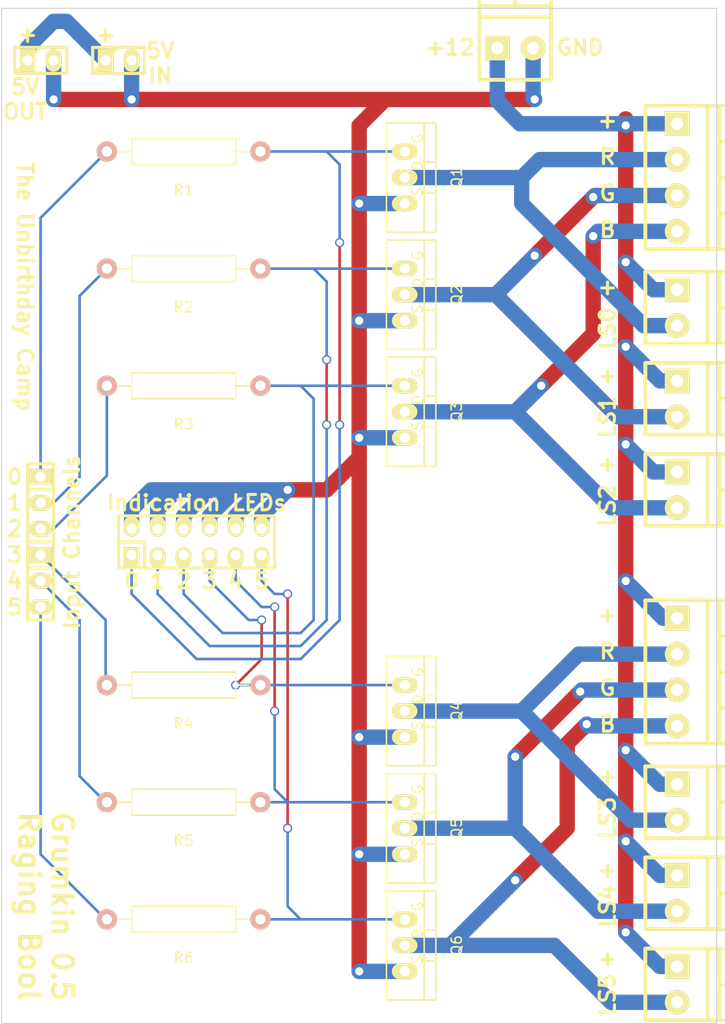
<source format=kicad_pcb>
(kicad_pcb (version 4) (host pcbnew "(2015-01-16 BZR 5376)-product")

  (general
    (links 53)
    (no_connects 0)
    (area 46.763568 55.934499 126.590715 156.490501)
    (thickness 1.6)
    (drawings 40)
    (tracks 228)
    (zones 0)
    (modules 26)
    (nets 22)
  )

  (page A4)
  (title_block
    (title Grumkin)
    (rev 0.5)
    (company "Raging Bool")
    (comment 1 "Grumkin: A 6-channel PWM LED driver")
  )

  (layers
    (0 F.Cu signal)
    (31 B.Cu signal)
    (32 B.Adhes user)
    (33 F.Adhes user)
    (34 B.Paste user)
    (35 F.Paste user)
    (36 B.SilkS user)
    (37 F.SilkS user)
    (38 B.Mask user)
    (39 F.Mask user)
    (40 Dwgs.User user)
    (41 Cmts.User user)
    (42 Eco1.User user)
    (43 Eco2.User user)
    (44 Edge.Cuts user)
    (45 Margin user)
    (46 B.CrtYd user)
    (47 F.CrtYd user)
    (48 B.Fab user)
    (49 F.Fab user)
  )

  (setup
    (last_trace_width 0.254)
    (trace_clearance 0.254)
    (zone_clearance 0.508)
    (zone_45_only no)
    (trace_min 0.254)
    (segment_width 0.2)
    (edge_width 0.1)
    (via_size 0.889)
    (via_drill 0.635)
    (via_min_size 0.889)
    (via_min_drill 0.508)
    (uvia_size 0.508)
    (uvia_drill 0.127)
    (uvias_allowed no)
    (uvia_min_size 0.508)
    (uvia_min_drill 0.127)
    (pcb_text_width 0.3)
    (pcb_text_size 1.5 1.5)
    (mod_edge_width 0.15)
    (mod_text_size 1 1)
    (mod_text_width 0.15)
    (pad_size 1.5 1.5)
    (pad_drill 0.6)
    (pad_to_mask_clearance 0)
    (aux_axis_origin 0 0)
    (visible_elements 7FFFFF7F)
    (pcbplotparams
      (layerselection 0x00030_80000001)
      (usegerberextensions false)
      (excludeedgelayer true)
      (linewidth 0.100000)
      (plotframeref false)
      (viasonmask false)
      (mode 1)
      (useauxorigin false)
      (hpglpennumber 1)
      (hpglpenspeed 20)
      (hpglpendiameter 15)
      (hpglpenoverlay 2)
      (psnegative false)
      (psa4output false)
      (plotreference true)
      (plotvalue true)
      (plotinvisibletext false)
      (padsonsilk false)
      (subtractmaskfromsilk false)
      (outputformat 1)
      (mirror false)
      (drillshape 1)
      (scaleselection 1)
      (outputdirectory ""))
  )

  (net 0 "")
  (net 1 +5V)
  (net 2 GND)
  (net 3 +12V)
  (net 4 "Net-(CONN10-Pad1)")
  (net 5 "Net-(CONN10-Pad2)")
  (net 6 "Net-(CONN10-Pad3)")
  (net 7 "Net-(CONN11-Pad1)")
  (net 8 "Net-(CONN11-Pad2)")
  (net 9 "Net-(CONN11-Pad3)")
  (net 10 "Net-(CONN30-Pad1)")
  (net 11 "Net-(CONN30-Pad3)")
  (net 12 "Net-(CONN30-Pad5)")
  (net 13 "Net-(CONN30-Pad7)")
  (net 14 "Net-(CONN30-Pad9)")
  (net 15 "Net-(CONN30-Pad11)")
  (net 16 /LED_POWER_CH0)
  (net 17 /LED_POWER_CH1)
  (net 18 /LED_POWER_CH2)
  (net 19 /LED_POWER_CH3)
  (net 20 /LED_POWER_CH4)
  (net 21 /LED_POWER_CH5)

  (net_class Default "This is the default net class."
    (clearance 0.254)
    (trace_width 0.254)
    (via_dia 0.889)
    (via_drill 0.635)
    (uvia_dia 0.508)
    (uvia_drill 0.127)
    (add_net "Net-(CONN10-Pad1)")
    (add_net "Net-(CONN10-Pad2)")
    (add_net "Net-(CONN10-Pad3)")
    (add_net "Net-(CONN11-Pad1)")
    (add_net "Net-(CONN11-Pad2)")
    (add_net "Net-(CONN11-Pad3)")
    (add_net "Net-(CONN30-Pad1)")
    (add_net "Net-(CONN30-Pad11)")
    (add_net "Net-(CONN30-Pad3)")
    (add_net "Net-(CONN30-Pad5)")
    (add_net "Net-(CONN30-Pad7)")
    (add_net "Net-(CONN30-Pad9)")
  )

  (net_class "LED Power" ""
    (clearance 0.4)
    (trace_width 1.5)
    (via_dia 1)
    (via_drill 0.8)
    (uvia_dia 0.508)
    (uvia_drill 0.127)
    (add_net +12V)
    (add_net /LED_POWER_CH0)
    (add_net /LED_POWER_CH1)
    (add_net /LED_POWER_CH2)
    (add_net /LED_POWER_CH3)
    (add_net /LED_POWER_CH4)
    (add_net /LED_POWER_CH5)
    (add_net GND)
  )

  (net_class Power ""
    (clearance 0.4)
    (trace_width 1.5)
    (via_dia 1)
    (via_drill 0.8)
    (uvia_dia 0.508)
    (uvia_drill 0.127)
    (add_net +5V)
  )

  (module pin_strip:pin_strip_2 (layer F.Cu) (tedit 54E5C88A) (tstamp 54E4B1F8)
    (at 60.96 62.23)
    (descr "Pin strip 2pin")
    (tags "CONN DEV")
    (path /54E3CD10)
    (fp_text reference CONN1 (at 0 2.54) (layer F.SilkS) hide
      (effects (font (size 1.016 1.016) (thickness 0.2032)))
    )
    (fp_text value CONN_PWR_IN_5V (at 0.254 -3.556) (layer F.SilkS) hide
      (effects (font (size 1.016 0.889) (thickness 0.2032)))
    )
    (fp_line (start -2.54 1.27) (end 0 -1.27) (layer F.SilkS) (width 0.3048))
    (fp_line (start 2.54 1.27) (end -2.54 1.27) (layer F.SilkS) (width 0.3048))
    (fp_line (start -2.54 -1.27) (end 2.54 -1.27) (layer F.SilkS) (width 0.3048))
    (fp_line (start -2.54 1.27) (end -2.54 -1.27) (layer F.SilkS) (width 0.3048))
    (fp_line (start 2.54 -1.27) (end 2.54 1.27) (layer F.SilkS) (width 0.3048))
    (pad 1 thru_hole rect (at -1.27 0) (size 1.524 2.19964) (drill 1.00076) (layers *.Cu *.Mask F.SilkS)
      (net 1 +5V))
    (pad 2 thru_hole oval (at 1.27 0) (size 1.524 2.19964) (drill 1.00076) (layers *.Cu *.Mask F.SilkS)
      (net 2 GND))
    (model walter/pin_strip/pin_strip_2.wrl
      (at (xyz 0 0 0))
      (scale (xyz 1 1 1))
      (rotate (xyz 0 0 0))
    )
  )

  (module pin_strip:pin_strip_2 (layer F.Cu) (tedit 54E5C887) (tstamp 54E4B1FE)
    (at 53.34 62.23)
    (descr "Pin strip 2pin")
    (tags "CONN DEV")
    (path /54E3CD41)
    (fp_text reference CONN2 (at 0 2.54) (layer F.SilkS) hide
      (effects (font (size 1.016 1.016) (thickness 0.2032)))
    )
    (fp_text value CONN_PWR_OUT_5V (at 0.254 -3.556) (layer F.SilkS) hide
      (effects (font (size 1.016 0.889) (thickness 0.2032)))
    )
    (fp_line (start -2.54 1.27) (end 0 -1.27) (layer F.SilkS) (width 0.3048))
    (fp_line (start 2.54 1.27) (end -2.54 1.27) (layer F.SilkS) (width 0.3048))
    (fp_line (start -2.54 -1.27) (end 2.54 -1.27) (layer F.SilkS) (width 0.3048))
    (fp_line (start -2.54 1.27) (end -2.54 -1.27) (layer F.SilkS) (width 0.3048))
    (fp_line (start 2.54 -1.27) (end 2.54 1.27) (layer F.SilkS) (width 0.3048))
    (pad 1 thru_hole rect (at -1.27 0) (size 1.524 2.19964) (drill 1.00076) (layers *.Cu *.Mask F.SilkS)
      (net 1 +5V))
    (pad 2 thru_hole oval (at 1.27 0) (size 1.524 2.19964) (drill 1.00076) (layers *.Cu *.Mask F.SilkS)
      (net 2 GND))
    (model walter/pin_strip/pin_strip_2.wrl
      (at (xyz 0 0 0))
      (scale (xyz 1 1 1))
      (rotate (xyz 0 0 0))
    )
  )

  (module conn_pt-1,5:pt_1,5-2-3,5-h (layer F.Cu) (tedit 54E5CAC0) (tstamp 54E4B204)
    (at 99.695 60.325 180)
    (descr "2-way 3.5mm pitch terminal block, Phoenix PT series")
    (path /54E45371)
    (fp_text reference CONN3 (at 0 -7.62 180) (layer F.SilkS) hide
      (effects (font (size 1.5 1.5) (thickness 0.3)))
    )
    (fp_text value CONN_PWR_IN_12V (at 0 -5 180) (layer F.SilkS) hide
      (effects (font (size 1.5 1.5) (thickness 0.3)))
    )
    (fp_line (start 0 3.4) (end 0 3.8) (layer F.SilkS) (width 0.381))
    (fp_line (start -3.5 2.3) (end 3.5 2.3) (layer F.SilkS) (width 0.381))
    (fp_line (start -3.5 3.4) (end 3.5 3.4) (layer F.SilkS) (width 0.381))
    (fp_line (start -3.5 -3.8) (end -3.5 3.8) (layer F.SilkS) (width 0.381))
    (fp_line (start 3.5 3.8) (end 3.5 -3.8) (layer F.SilkS) (width 0.381))
    (fp_line (start 3.5 -3.8) (end -3.5 -3.8) (layer F.SilkS) (width 0.381))
    (pad 2 thru_hole circle (at -1.75 -0.7 180) (size 2.4 2.4) (drill 1.2) (layers *.Cu *.Mask F.SilkS)
      (net 2 GND))
    (pad 1 thru_hole rect (at 1.75 -0.7 180) (size 2.4 2.4) (drill 1.2) (layers *.Cu *.Mask F.SilkS)
      (net 3 +12V))
    (model walter/conn_pt-1_5/pt_1,5-2-3,5-h.wrl
      (at (xyz 0 0 0))
      (scale (xyz 1 1 1))
      (rotate (xyz 0 0 0))
    )
  )

  (module pin_strip:pin_strip_3 (layer F.Cu) (tedit 54E5C85E) (tstamp 54E4B20B)
    (at 53.34 105.41 270)
    (descr "Pin strip 3pin")
    (tags "CONN DEV")
    (path /54E3D22E)
    (fp_text reference CONN10 (at 0 -3.175 270) (layer F.SilkS) hide
      (effects (font (size 1.016 1.016) (thickness 0.2032)))
    )
    (fp_text value CONN_RGB_IN (at 0.254 -3.556 270) (layer F.SilkS) hide
      (effects (font (size 1.016 0.889) (thickness 0.2032)))
    )
    (fp_line (start -1.27 1.27) (end -1.27 -1.27) (layer F.SilkS) (width 0.3048))
    (fp_line (start -3.81 -1.27) (end 3.81 -1.27) (layer F.SilkS) (width 0.3048))
    (fp_line (start 3.81 -1.27) (end 3.81 1.27) (layer F.SilkS) (width 0.3048))
    (fp_line (start 3.81 1.27) (end -3.81 1.27) (layer F.SilkS) (width 0.3048))
    (fp_line (start -3.81 1.27) (end -3.81 -1.27) (layer F.SilkS) (width 0.3048))
    (pad 1 thru_hole rect (at -2.54 0 270) (size 1.524 2.19964) (drill 1.00076) (layers *.Cu *.Mask F.SilkS)
      (net 4 "Net-(CONN10-Pad1)"))
    (pad 2 thru_hole oval (at 0 0 270) (size 1.524 2.19964) (drill 1.00076) (layers *.Cu *.Mask F.SilkS)
      (net 5 "Net-(CONN10-Pad2)"))
    (pad 3 thru_hole oval (at 2.54 0 270) (size 1.524 2.19964) (drill 1.00076) (layers *.Cu *.Mask F.SilkS)
      (net 6 "Net-(CONN10-Pad3)"))
    (model walter/pin_strip/pin_strip_3.wrl
      (at (xyz 0 0 0))
      (scale (xyz 1 1 1))
      (rotate (xyz 0 0 0))
    )
  )

  (module pin_strip:pin_strip_3 (layer F.Cu) (tedit 54E5C862) (tstamp 54E4B638)
    (at 53.34 113.03 270)
    (descr "Pin strip 3pin")
    (tags "CONN DEV")
    (path /54E3D35C)
    (fp_text reference CONN11 (at 0 -3.175 270) (layer F.SilkS) hide
      (effects (font (size 1.016 1.016) (thickness 0.2032)))
    )
    (fp_text value CONN_RGB_IN (at 0.254 -3.556 270) (layer F.SilkS) hide
      (effects (font (size 1.016 0.889) (thickness 0.2032)))
    )
    (fp_line (start -1.27 1.27) (end -1.27 -1.27) (layer F.SilkS) (width 0.3048))
    (fp_line (start -3.81 -1.27) (end 3.81 -1.27) (layer F.SilkS) (width 0.3048))
    (fp_line (start 3.81 -1.27) (end 3.81 1.27) (layer F.SilkS) (width 0.3048))
    (fp_line (start 3.81 1.27) (end -3.81 1.27) (layer F.SilkS) (width 0.3048))
    (fp_line (start -3.81 1.27) (end -3.81 -1.27) (layer F.SilkS) (width 0.3048))
    (pad 1 thru_hole rect (at -2.54 0 270) (size 1.524 2.19964) (drill 1.00076) (layers *.Cu *.Mask F.SilkS)
      (net 7 "Net-(CONN11-Pad1)"))
    (pad 2 thru_hole oval (at 0 0 270) (size 1.524 2.19964) (drill 1.00076) (layers *.Cu *.Mask F.SilkS)
      (net 8 "Net-(CONN11-Pad2)"))
    (pad 3 thru_hole oval (at 2.54 0 270) (size 1.524 2.19964) (drill 1.00076) (layers *.Cu *.Mask F.SilkS)
      (net 9 "Net-(CONN11-Pad3)"))
    (model walter/pin_strip/pin_strip_3.wrl
      (at (xyz 0 0 0))
      (scale (xyz 1 1 1))
      (rotate (xyz 0 0 0))
    )
  )

  (module conn_pt-1,5:pt_1,5-4-3,5-h (layer F.Cu) (tedit 54E5D435) (tstamp 54E5C788)
    (at 116.205 73.66 90)
    (descr "4-way 3.5mm pitch terminal block, Phoenix PT series")
    (path /54E3E1FD)
    (fp_text reference CONN20 (at 0 5.3 90) (layer F.SilkS) hide
      (effects (font (size 1.5 1.5) (thickness 0.3)))
    )
    (fp_text value LS_RGB0 (at -2.54 -5.08 90) (layer F.SilkS) hide
      (effects (font (size 1.5 1.5) (thickness 0.3)))
    )
    (fp_line (start -3.5 3.4) (end -3.5 3.8) (layer F.SilkS) (width 0.381))
    (fp_line (start 0 3.4) (end 0 3.8) (layer F.SilkS) (width 0.381))
    (fp_line (start 3.5 3.4) (end 3.5 3.8) (layer F.SilkS) (width 0.381))
    (fp_line (start -7 2.3) (end 7 2.3) (layer F.SilkS) (width 0.381))
    (fp_line (start -7 3.4) (end 7 3.4) (layer F.SilkS) (width 0.381))
    (fp_line (start -7 -3.8) (end -7 3.8) (layer F.SilkS) (width 0.381))
    (fp_line (start 7 3.8) (end 7 -3.8) (layer F.SilkS) (width 0.381))
    (fp_line (start 7 -3.8) (end -7 -3.8) (layer F.SilkS) (width 0.381))
    (pad 2 thru_hole circle (at 1.75 -0.7 90) (size 2.4 2.4) (drill 1.2) (layers *.Cu *.Mask F.SilkS)
      (net 16 /LED_POWER_CH0))
    (pad 1 thru_hole rect (at 5.25 -0.7 90) (size 2.4 2.4) (drill 1.2) (layers *.Cu *.Mask F.SilkS)
      (net 3 +12V))
    (pad 3 thru_hole circle (at -1.75 -0.7 90) (size 2.4 2.4) (drill 1.2) (layers *.Cu *.Mask F.SilkS)
      (net 17 /LED_POWER_CH1))
    (pad 4 thru_hole circle (at -5.25 -0.7 90) (size 2.4 2.4) (drill 1.2) (layers *.Cu *.Mask F.SilkS)
      (net 18 /LED_POWER_CH2))
    (model walter/conn_pt-1_5/pt_1,5-4-3,5-h.wrl
      (at (xyz 0 0 0))
      (scale (xyz 1 1 1))
      (rotate (xyz 0 0 0))
    )
  )

  (module conn_pt-1,5:pt_1,5-2-3,5-h (layer F.Cu) (tedit 54E5D4F4) (tstamp 54E5C777)
    (at 116.205 86.36 90)
    (descr "2-way 3.5mm pitch terminal block, Phoenix PT series")
    (path /54E3E63C)
    (fp_text reference CONN21 (at 0 5.3 90) (layer F.SilkS) hide
      (effects (font (size 1.5 1.5) (thickness 0.3)))
    )
    (fp_text value LS0 (at -2.032 -7.493 90) (layer F.SilkS)
      (effects (font (size 1.5 1.5) (thickness 0.3)))
    )
    (fp_line (start 0 3.4) (end 0 3.8) (layer F.SilkS) (width 0.381))
    (fp_line (start -3.5 2.3) (end 3.5 2.3) (layer F.SilkS) (width 0.381))
    (fp_line (start -3.5 3.4) (end 3.5 3.4) (layer F.SilkS) (width 0.381))
    (fp_line (start -3.5 -3.8) (end -3.5 3.8) (layer F.SilkS) (width 0.381))
    (fp_line (start 3.5 3.8) (end 3.5 -3.8) (layer F.SilkS) (width 0.381))
    (fp_line (start 3.5 -3.8) (end -3.5 -3.8) (layer F.SilkS) (width 0.381))
    (pad 2 thru_hole circle (at -1.75 -0.7 90) (size 2.4 2.4) (drill 1.2) (layers *.Cu *.Mask F.SilkS)
      (net 16 /LED_POWER_CH0))
    (pad 1 thru_hole rect (at 1.75 -0.7 90) (size 2.4 2.4) (drill 1.2) (layers *.Cu *.Mask F.SilkS)
      (net 3 +12V))
    (model walter/conn_pt-1_5/pt_1,5-2-3,5-h.wrl
      (at (xyz 0 0 0))
      (scale (xyz 1 1 1))
      (rotate (xyz 0 0 0))
    )
  )

  (module conn_pt-1,5:pt_1,5-2-3,5-h (layer F.Cu) (tedit 54E5D508) (tstamp 54E5C76A)
    (at 116.205 95.25 90)
    (descr "2-way 3.5mm pitch terminal block, Phoenix PT series")
    (path /54E3E687)
    (fp_text reference CONN22 (at 0 5.3 90) (layer F.SilkS) hide
      (effects (font (size 1.5 1.5) (thickness 0.3)))
    )
    (fp_text value LS1 (at -1.778 -7.493 90) (layer F.SilkS)
      (effects (font (size 1.5 1.5) (thickness 0.3)))
    )
    (fp_line (start 0 3.4) (end 0 3.8) (layer F.SilkS) (width 0.381))
    (fp_line (start -3.5 2.3) (end 3.5 2.3) (layer F.SilkS) (width 0.381))
    (fp_line (start -3.5 3.4) (end 3.5 3.4) (layer F.SilkS) (width 0.381))
    (fp_line (start -3.5 -3.8) (end -3.5 3.8) (layer F.SilkS) (width 0.381))
    (fp_line (start 3.5 3.8) (end 3.5 -3.8) (layer F.SilkS) (width 0.381))
    (fp_line (start 3.5 -3.8) (end -3.5 -3.8) (layer F.SilkS) (width 0.381))
    (pad 2 thru_hole circle (at -1.75 -0.7 90) (size 2.4 2.4) (drill 1.2) (layers *.Cu *.Mask F.SilkS)
      (net 17 /LED_POWER_CH1))
    (pad 1 thru_hole rect (at 1.75 -0.7 90) (size 2.4 2.4) (drill 1.2) (layers *.Cu *.Mask F.SilkS)
      (net 3 +12V))
    (model walter/conn_pt-1_5/pt_1,5-2-3,5-h.wrl
      (at (xyz 0 0 0))
      (scale (xyz 1 1 1))
      (rotate (xyz 0 0 0))
    )
  )

  (module conn_pt-1,5:pt_1,5-2-3,5-h (layer F.Cu) (tedit 54E5D512) (tstamp 54E4B22C)
    (at 116.205 104.14 90)
    (descr "2-way 3.5mm pitch terminal block, Phoenix PT series")
    (path /54E3E6DA)
    (fp_text reference CONN23 (at 0 5.3 90) (layer F.SilkS) hide
      (effects (font (size 1.5 1.5) (thickness 0.3)))
    )
    (fp_text value LS2 (at -1.524 -7.493 90) (layer F.SilkS)
      (effects (font (size 1.5 1.5) (thickness 0.3)))
    )
    (fp_line (start 0 3.4) (end 0 3.8) (layer F.SilkS) (width 0.381))
    (fp_line (start -3.5 2.3) (end 3.5 2.3) (layer F.SilkS) (width 0.381))
    (fp_line (start -3.5 3.4) (end 3.5 3.4) (layer F.SilkS) (width 0.381))
    (fp_line (start -3.5 -3.8) (end -3.5 3.8) (layer F.SilkS) (width 0.381))
    (fp_line (start 3.5 3.8) (end 3.5 -3.8) (layer F.SilkS) (width 0.381))
    (fp_line (start 3.5 -3.8) (end -3.5 -3.8) (layer F.SilkS) (width 0.381))
    (pad 2 thru_hole circle (at -1.75 -0.7 90) (size 2.4 2.4) (drill 1.2) (layers *.Cu *.Mask F.SilkS)
      (net 18 /LED_POWER_CH2))
    (pad 1 thru_hole rect (at 1.75 -0.7 90) (size 2.4 2.4) (drill 1.2) (layers *.Cu *.Mask F.SilkS)
      (net 3 +12V))
    (model walter/conn_pt-1_5/pt_1,5-2-3,5-h.wrl
      (at (xyz 0 0 0))
      (scale (xyz 1 1 1))
      (rotate (xyz 0 0 0))
    )
  )

  (module conn_pt-1,5:pt_1,5-4-3,5-h (layer F.Cu) (tedit 54E5D48B) (tstamp 54E5D4A7)
    (at 116.205 121.92 90)
    (descr "4-way 3.5mm pitch terminal block, Phoenix PT series")
    (path /54E42DCC)
    (fp_text reference CONN24 (at 0 5.3 90) (layer F.SilkS) hide
      (effects (font (size 1.5 1.5) (thickness 0.3)))
    )
    (fp_text value LS_RGB3 (at -2.54 -5.08 90) (layer F.SilkS) hide
      (effects (font (size 1.5 1.5) (thickness 0.3)))
    )
    (fp_line (start -3.5 3.4) (end -3.5 3.8) (layer F.SilkS) (width 0.381))
    (fp_line (start 0 3.4) (end 0 3.8) (layer F.SilkS) (width 0.381))
    (fp_line (start 3.5 3.4) (end 3.5 3.8) (layer F.SilkS) (width 0.381))
    (fp_line (start -7 2.3) (end 7 2.3) (layer F.SilkS) (width 0.381))
    (fp_line (start -7 3.4) (end 7 3.4) (layer F.SilkS) (width 0.381))
    (fp_line (start -7 -3.8) (end -7 3.8) (layer F.SilkS) (width 0.381))
    (fp_line (start 7 3.8) (end 7 -3.8) (layer F.SilkS) (width 0.381))
    (fp_line (start 7 -3.8) (end -7 -3.8) (layer F.SilkS) (width 0.381))
    (pad 2 thru_hole circle (at 1.75 -0.7 90) (size 2.4 2.4) (drill 1.2) (layers *.Cu *.Mask F.SilkS)
      (net 19 /LED_POWER_CH3))
    (pad 1 thru_hole rect (at 5.25 -0.7 90) (size 2.4 2.4) (drill 1.2) (layers *.Cu *.Mask F.SilkS)
      (net 3 +12V))
    (pad 3 thru_hole circle (at -1.75 -0.7 90) (size 2.4 2.4) (drill 1.2) (layers *.Cu *.Mask F.SilkS)
      (net 20 /LED_POWER_CH4))
    (pad 4 thru_hole circle (at -5.25 -0.7 90) (size 2.4 2.4) (drill 1.2) (layers *.Cu *.Mask F.SilkS)
      (net 21 /LED_POWER_CH5))
    (model walter/conn_pt-1_5/pt_1,5-4-3,5-h.wrl
      (at (xyz 0 0 0))
      (scale (xyz 1 1 1))
      (rotate (xyz 0 0 0))
    )
  )

  (module conn_pt-1,5:pt_1,5-2-3,5-h (layer F.Cu) (tedit 54E5D54D) (tstamp 54E4B23A)
    (at 116.205 134.62 90)
    (descr "2-way 3.5mm pitch terminal block, Phoenix PT series")
    (path /54E42DD2)
    (fp_text reference CONN25 (at 0 5.3 90) (layer F.SilkS) hide
      (effects (font (size 1.5 1.5) (thickness 0.3)))
    )
    (fp_text value LS3 (at -1.524 -7.493 90) (layer F.SilkS)
      (effects (font (size 1.5 1.5) (thickness 0.3)))
    )
    (fp_line (start 0 3.4) (end 0 3.8) (layer F.SilkS) (width 0.381))
    (fp_line (start -3.5 2.3) (end 3.5 2.3) (layer F.SilkS) (width 0.381))
    (fp_line (start -3.5 3.4) (end 3.5 3.4) (layer F.SilkS) (width 0.381))
    (fp_line (start -3.5 -3.8) (end -3.5 3.8) (layer F.SilkS) (width 0.381))
    (fp_line (start 3.5 3.8) (end 3.5 -3.8) (layer F.SilkS) (width 0.381))
    (fp_line (start 3.5 -3.8) (end -3.5 -3.8) (layer F.SilkS) (width 0.381))
    (pad 2 thru_hole circle (at -1.75 -0.7 90) (size 2.4 2.4) (drill 1.2) (layers *.Cu *.Mask F.SilkS)
      (net 19 /LED_POWER_CH3))
    (pad 1 thru_hole rect (at 1.75 -0.7 90) (size 2.4 2.4) (drill 1.2) (layers *.Cu *.Mask F.SilkS)
      (net 3 +12V))
    (model walter/conn_pt-1_5/pt_1,5-2-3,5-h.wrl
      (at (xyz 0 0 0))
      (scale (xyz 1 1 1))
      (rotate (xyz 0 0 0))
    )
  )

  (module conn_pt-1,5:pt_1,5-2-3,5-h (layer F.Cu) (tedit 54E5D550) (tstamp 54E4B240)
    (at 116.205 143.51 90)
    (descr "2-way 3.5mm pitch terminal block, Phoenix PT series")
    (path /54E42DD8)
    (fp_text reference CONN26 (at 0 5.3 90) (layer F.SilkS) hide
      (effects (font (size 1.5 1.5) (thickness 0.3)))
    )
    (fp_text value LS4 (at -1.27 -7.493 90) (layer F.SilkS)
      (effects (font (size 1.5 1.5) (thickness 0.3)))
    )
    (fp_line (start 0 3.4) (end 0 3.8) (layer F.SilkS) (width 0.381))
    (fp_line (start -3.5 2.3) (end 3.5 2.3) (layer F.SilkS) (width 0.381))
    (fp_line (start -3.5 3.4) (end 3.5 3.4) (layer F.SilkS) (width 0.381))
    (fp_line (start -3.5 -3.8) (end -3.5 3.8) (layer F.SilkS) (width 0.381))
    (fp_line (start 3.5 3.8) (end 3.5 -3.8) (layer F.SilkS) (width 0.381))
    (fp_line (start 3.5 -3.8) (end -3.5 -3.8) (layer F.SilkS) (width 0.381))
    (pad 2 thru_hole circle (at -1.75 -0.7 90) (size 2.4 2.4) (drill 1.2) (layers *.Cu *.Mask F.SilkS)
      (net 20 /LED_POWER_CH4))
    (pad 1 thru_hole rect (at 1.75 -0.7 90) (size 2.4 2.4) (drill 1.2) (layers *.Cu *.Mask F.SilkS)
      (net 3 +12V))
    (model walter/conn_pt-1_5/pt_1,5-2-3,5-h.wrl
      (at (xyz 0 0 0))
      (scale (xyz 1 1 1))
      (rotate (xyz 0 0 0))
    )
  )

  (module conn_pt-1,5:pt_1,5-2-3,5-h (layer F.Cu) (tedit 54E5D553) (tstamp 54E522EF)
    (at 116.205 152.4 90)
    (descr "2-way 3.5mm pitch terminal block, Phoenix PT series")
    (path /54E42DDE)
    (fp_text reference CONN27 (at 0 5.3 90) (layer F.SilkS) hide
      (effects (font (size 1.5 1.5) (thickness 0.3)))
    )
    (fp_text value LS5 (at -1.016 -7.493 90) (layer F.SilkS)
      (effects (font (size 1.5 1.5) (thickness 0.3)))
    )
    (fp_line (start 0 3.4) (end 0 3.8) (layer F.SilkS) (width 0.381))
    (fp_line (start -3.5 2.3) (end 3.5 2.3) (layer F.SilkS) (width 0.381))
    (fp_line (start -3.5 3.4) (end 3.5 3.4) (layer F.SilkS) (width 0.381))
    (fp_line (start -3.5 -3.8) (end -3.5 3.8) (layer F.SilkS) (width 0.381))
    (fp_line (start 3.5 3.8) (end 3.5 -3.8) (layer F.SilkS) (width 0.381))
    (fp_line (start 3.5 -3.8) (end -3.5 -3.8) (layer F.SilkS) (width 0.381))
    (pad 2 thru_hole circle (at -1.75 -0.7 90) (size 2.4 2.4) (drill 1.2) (layers *.Cu *.Mask F.SilkS)
      (net 21 /LED_POWER_CH5))
    (pad 1 thru_hole rect (at 1.75 -0.7 90) (size 2.4 2.4) (drill 1.2) (layers *.Cu *.Mask F.SilkS)
      (net 3 +12V))
    (model walter/conn_pt-1_5/pt_1,5-2-3,5-h.wrl
      (at (xyz 0 0 0))
      (scale (xyz 1 1 1))
      (rotate (xyz 0 0 0))
    )
  )

  (module pin_strip:pin_strip_6x2 (layer F.Cu) (tedit 54E5C85A) (tstamp 54E4B256)
    (at 68.58 109.22)
    (descr "Pin strip 6x2pin")
    (tags "CONN DEV")
    (path /54E51E5A)
    (fp_text reference CONN30 (at 0 6.35) (layer F.SilkS) hide
      (effects (font (size 1.016 1.016) (thickness 0.2032)))
    )
    (fp_text value CONN_INDICATOR_LEDS (at 0 -5.08) (layer F.SilkS) hide
      (effects (font (size 1.016 0.889) (thickness 0.2032)))
    )
    (fp_line (start -7.62 -2.54) (end 7.62 -2.54) (layer F.SilkS) (width 0.3048))
    (fp_line (start 7.62 -2.54) (end 7.62 2.54) (layer F.SilkS) (width 0.3048))
    (fp_line (start 7.62 2.54) (end -7.62 2.54) (layer F.SilkS) (width 0.3048))
    (fp_line (start -7.62 0) (end -5.08 0) (layer F.SilkS) (width 0.3048))
    (fp_line (start -5.08 0) (end -5.08 2.54) (layer F.SilkS) (width 0.3048))
    (fp_line (start -7.62 -2.54) (end -7.62 2.54) (layer F.SilkS) (width 0.3048))
    (pad 1 thru_hole rect (at -6.35 1.27) (size 1.524 1.99898) (drill 1.00076 (offset 0 0.24892)) (layers *.Cu *.Mask F.SilkS)
      (net 10 "Net-(CONN30-Pad1)"))
    (pad 2 thru_hole oval (at -6.35 -1.27) (size 1.524 1.99898) (drill 1.00076 (offset 0 -0.24892)) (layers *.Cu *.Mask F.SilkS)
      (net 2 GND))
    (pad 3 thru_hole oval (at -3.81 1.27) (size 1.524 1.99898) (drill 1.00076 (offset 0 0.24892)) (layers *.Cu *.Mask F.SilkS)
      (net 11 "Net-(CONN30-Pad3)"))
    (pad 4 thru_hole oval (at -3.81 -1.27) (size 1.524 1.99898) (drill 1.00076 (offset 0 -0.24892)) (layers *.Cu *.Mask F.SilkS)
      (net 2 GND))
    (pad 5 thru_hole oval (at -1.27 1.27) (size 1.524 1.99898) (drill 1.00076 (offset 0 0.24892)) (layers *.Cu *.Mask F.SilkS)
      (net 12 "Net-(CONN30-Pad5)"))
    (pad 6 thru_hole oval (at -1.27 -1.27) (size 1.524 1.99898) (drill 1.00076 (offset 0 -0.24892)) (layers *.Cu *.Mask F.SilkS)
      (net 2 GND))
    (pad 7 thru_hole oval (at 1.27 1.27) (size 1.524 1.99898) (drill 1.00076 (offset 0 0.24892)) (layers *.Cu *.Mask F.SilkS)
      (net 13 "Net-(CONN30-Pad7)"))
    (pad 8 thru_hole oval (at 1.27 -1.27) (size 1.524 1.99898) (drill 1.00076 (offset 0 -0.24892)) (layers *.Cu *.Mask F.SilkS)
      (net 2 GND))
    (pad 9 thru_hole oval (at 3.81 1.27) (size 1.524 1.99898) (drill 1.00076 (offset 0 0.24892)) (layers *.Cu *.Mask F.SilkS)
      (net 14 "Net-(CONN30-Pad9)"))
    (pad 10 thru_hole oval (at 3.81 -1.27) (size 1.524 1.99898) (drill 1.00076 (offset 0 -0.24892)) (layers *.Cu *.Mask F.SilkS)
      (net 2 GND))
    (pad 11 thru_hole oval (at 6.35 1.27) (size 1.524 1.99898) (drill 1.00076 (offset 0 0.24892)) (layers *.Cu *.Mask F.SilkS)
      (net 15 "Net-(CONN30-Pad11)"))
    (pad 12 thru_hole oval (at 6.35 -1.27) (size 1.524 1.99898) (drill 1.00076 (offset 0 -0.24892)) (layers *.Cu *.Mask F.SilkS)
      (net 2 GND))
    (model walter/pin_strip/pin_strip_6x2.wrl
      (at (xyz 0 0 0))
      (scale (xyz 1 1 1))
      (rotate (xyz 0 0 0))
    )
  )

  (module Resistors_ThroughHole:Resistor_Horizontal_RM15mm (layer F.Cu) (tedit 53F56292) (tstamp 54E4B286)
    (at 67.31 71.12 180)
    (descr "Resistor, Axial, RM 15mm,")
    (tags "Resistor, Axial, RM 15mm,")
    (path /54E3373E)
    (fp_text reference R1 (at 0 -3.74904 180) (layer F.SilkS)
      (effects (font (size 1 1) (thickness 0.15)))
    )
    (fp_text value 220 (at 0 4.0005 180) (layer F.SilkS) hide
      (effects (font (size 1 1) (thickness 0.15)))
    )
    (fp_line (start -5.08 -1.27) (end -5.08 1.27) (layer F.SilkS) (width 0.15))
    (fp_line (start -5.08 1.27) (end 5.08 1.27) (layer F.SilkS) (width 0.15))
    (fp_line (start 5.08 1.27) (end 5.08 -1.27) (layer F.SilkS) (width 0.15))
    (fp_line (start 5.08 -1.27) (end -5.08 -1.27) (layer F.SilkS) (width 0.15))
    (fp_line (start 6.35 0) (end 5.08 0) (layer F.SilkS) (width 0.15))
    (fp_line (start -6.35 0) (end -5.08 0) (layer F.SilkS) (width 0.15))
    (pad 1 thru_hole circle (at -7.5 0 180) (size 1.99898 1.99898) (drill 1.00076) (layers *.Cu *.SilkS *.Mask)
      (net 10 "Net-(CONN30-Pad1)"))
    (pad 2 thru_hole circle (at 7.5 0 180) (size 1.99898 1.99898) (drill 1.00076) (layers *.Cu *.SilkS *.Mask)
      (net 4 "Net-(CONN10-Pad1)"))
    (model Resistors_ThroughHole/Resistor_Horizontal_RM15mm.wrl
      (at (xyz 0 0 0))
      (scale (xyz 0.4 0.4 0.4))
      (rotate (xyz 0 0 0))
    )
  )

  (module Resistors_ThroughHole:Resistor_Horizontal_RM15mm (layer F.Cu) (tedit 53F56292) (tstamp 54E4B28C)
    (at 67.31 82.55 180)
    (descr "Resistor, Axial, RM 15mm,")
    (tags "Resistor, Axial, RM 15mm,")
    (path /54E33FDE)
    (fp_text reference R2 (at 0 -3.74904 180) (layer F.SilkS)
      (effects (font (size 1 1) (thickness 0.15)))
    )
    (fp_text value 220 (at 0 4.0005 180) (layer F.SilkS) hide
      (effects (font (size 1 1) (thickness 0.15)))
    )
    (fp_line (start -5.08 -1.27) (end -5.08 1.27) (layer F.SilkS) (width 0.15))
    (fp_line (start -5.08 1.27) (end 5.08 1.27) (layer F.SilkS) (width 0.15))
    (fp_line (start 5.08 1.27) (end 5.08 -1.27) (layer F.SilkS) (width 0.15))
    (fp_line (start 5.08 -1.27) (end -5.08 -1.27) (layer F.SilkS) (width 0.15))
    (fp_line (start 6.35 0) (end 5.08 0) (layer F.SilkS) (width 0.15))
    (fp_line (start -6.35 0) (end -5.08 0) (layer F.SilkS) (width 0.15))
    (pad 1 thru_hole circle (at -7.5 0 180) (size 1.99898 1.99898) (drill 1.00076) (layers *.Cu *.SilkS *.Mask)
      (net 11 "Net-(CONN30-Pad3)"))
    (pad 2 thru_hole circle (at 7.5 0 180) (size 1.99898 1.99898) (drill 1.00076) (layers *.Cu *.SilkS *.Mask)
      (net 5 "Net-(CONN10-Pad2)"))
    (model Resistors_ThroughHole/Resistor_Horizontal_RM15mm.wrl
      (at (xyz 0 0 0))
      (scale (xyz 0.4 0.4 0.4))
      (rotate (xyz 0 0 0))
    )
  )

  (module Resistors_ThroughHole:Resistor_Horizontal_RM15mm (layer F.Cu) (tedit 53F56292) (tstamp 54E4B292)
    (at 67.31 93.98 180)
    (descr "Resistor, Axial, RM 15mm,")
    (tags "Resistor, Axial, RM 15mm,")
    (path /54E3406D)
    (fp_text reference R3 (at 0 -3.74904 180) (layer F.SilkS)
      (effects (font (size 1 1) (thickness 0.15)))
    )
    (fp_text value 220 (at 0 4.0005 180) (layer F.SilkS) hide
      (effects (font (size 1 1) (thickness 0.15)))
    )
    (fp_line (start -5.08 -1.27) (end -5.08 1.27) (layer F.SilkS) (width 0.15))
    (fp_line (start -5.08 1.27) (end 5.08 1.27) (layer F.SilkS) (width 0.15))
    (fp_line (start 5.08 1.27) (end 5.08 -1.27) (layer F.SilkS) (width 0.15))
    (fp_line (start 5.08 -1.27) (end -5.08 -1.27) (layer F.SilkS) (width 0.15))
    (fp_line (start 6.35 0) (end 5.08 0) (layer F.SilkS) (width 0.15))
    (fp_line (start -6.35 0) (end -5.08 0) (layer F.SilkS) (width 0.15))
    (pad 1 thru_hole circle (at -7.5 0 180) (size 1.99898 1.99898) (drill 1.00076) (layers *.Cu *.SilkS *.Mask)
      (net 12 "Net-(CONN30-Pad5)"))
    (pad 2 thru_hole circle (at 7.5 0 180) (size 1.99898 1.99898) (drill 1.00076) (layers *.Cu *.SilkS *.Mask)
      (net 6 "Net-(CONN10-Pad3)"))
    (model Resistors_ThroughHole/Resistor_Horizontal_RM15mm.wrl
      (at (xyz 0 0 0))
      (scale (xyz 0.4 0.4 0.4))
      (rotate (xyz 0 0 0))
    )
  )

  (module Resistors_ThroughHole:Resistor_Horizontal_RM15mm (layer F.Cu) (tedit 53F56292) (tstamp 54E4BCD0)
    (at 67.31 123.19 180)
    (descr "Resistor, Axial, RM 15mm,")
    (tags "Resistor, Axial, RM 15mm,")
    (path /54E34356)
    (fp_text reference R4 (at 0 -3.74904 180) (layer F.SilkS)
      (effects (font (size 1 1) (thickness 0.15)))
    )
    (fp_text value 220 (at 0 4.0005 180) (layer F.SilkS) hide
      (effects (font (size 1 1) (thickness 0.15)))
    )
    (fp_line (start -5.08 -1.27) (end -5.08 1.27) (layer F.SilkS) (width 0.15))
    (fp_line (start -5.08 1.27) (end 5.08 1.27) (layer F.SilkS) (width 0.15))
    (fp_line (start 5.08 1.27) (end 5.08 -1.27) (layer F.SilkS) (width 0.15))
    (fp_line (start 5.08 -1.27) (end -5.08 -1.27) (layer F.SilkS) (width 0.15))
    (fp_line (start 6.35 0) (end 5.08 0) (layer F.SilkS) (width 0.15))
    (fp_line (start -6.35 0) (end -5.08 0) (layer F.SilkS) (width 0.15))
    (pad 1 thru_hole circle (at -7.5 0 180) (size 1.99898 1.99898) (drill 1.00076) (layers *.Cu *.SilkS *.Mask)
      (net 13 "Net-(CONN30-Pad7)"))
    (pad 2 thru_hole circle (at 7.5 0 180) (size 1.99898 1.99898) (drill 1.00076) (layers *.Cu *.SilkS *.Mask)
      (net 7 "Net-(CONN11-Pad1)"))
    (model Resistors_ThroughHole/Resistor_Horizontal_RM15mm.wrl
      (at (xyz 0 0 0))
      (scale (xyz 0.4 0.4 0.4))
      (rotate (xyz 0 0 0))
    )
  )

  (module Resistors_ThroughHole:Resistor_Horizontal_RM15mm (layer F.Cu) (tedit 53F56292) (tstamp 54E4B29E)
    (at 67.31 134.62 180)
    (descr "Resistor, Axial, RM 15mm,")
    (tags "Resistor, Axial, RM 15mm,")
    (path /54E3436D)
    (fp_text reference R5 (at 0 -3.74904 180) (layer F.SilkS)
      (effects (font (size 1 1) (thickness 0.15)))
    )
    (fp_text value 220 (at 0 4.0005 180) (layer F.SilkS) hide
      (effects (font (size 1 1) (thickness 0.15)))
    )
    (fp_line (start -5.08 -1.27) (end -5.08 1.27) (layer F.SilkS) (width 0.15))
    (fp_line (start -5.08 1.27) (end 5.08 1.27) (layer F.SilkS) (width 0.15))
    (fp_line (start 5.08 1.27) (end 5.08 -1.27) (layer F.SilkS) (width 0.15))
    (fp_line (start 5.08 -1.27) (end -5.08 -1.27) (layer F.SilkS) (width 0.15))
    (fp_line (start 6.35 0) (end 5.08 0) (layer F.SilkS) (width 0.15))
    (fp_line (start -6.35 0) (end -5.08 0) (layer F.SilkS) (width 0.15))
    (pad 1 thru_hole circle (at -7.5 0 180) (size 1.99898 1.99898) (drill 1.00076) (layers *.Cu *.SilkS *.Mask)
      (net 14 "Net-(CONN30-Pad9)"))
    (pad 2 thru_hole circle (at 7.5 0 180) (size 1.99898 1.99898) (drill 1.00076) (layers *.Cu *.SilkS *.Mask)
      (net 8 "Net-(CONN11-Pad2)"))
    (model Resistors_ThroughHole/Resistor_Horizontal_RM15mm.wrl
      (at (xyz 0 0 0))
      (scale (xyz 0.4 0.4 0.4))
      (rotate (xyz 0 0 0))
    )
  )

  (module Resistors_ThroughHole:Resistor_Horizontal_RM15mm (layer F.Cu) (tedit 53F56292) (tstamp 54E4B2A4)
    (at 67.31 146.05 180)
    (descr "Resistor, Axial, RM 15mm,")
    (tags "Resistor, Axial, RM 15mm,")
    (path /54E34382)
    (fp_text reference R6 (at 0 -3.74904 180) (layer F.SilkS)
      (effects (font (size 1 1) (thickness 0.15)))
    )
    (fp_text value 220 (at 0 4.0005 180) (layer F.SilkS) hide
      (effects (font (size 1 1) (thickness 0.15)))
    )
    (fp_line (start -5.08 -1.27) (end -5.08 1.27) (layer F.SilkS) (width 0.15))
    (fp_line (start -5.08 1.27) (end 5.08 1.27) (layer F.SilkS) (width 0.15))
    (fp_line (start 5.08 1.27) (end 5.08 -1.27) (layer F.SilkS) (width 0.15))
    (fp_line (start 5.08 -1.27) (end -5.08 -1.27) (layer F.SilkS) (width 0.15))
    (fp_line (start 6.35 0) (end 5.08 0) (layer F.SilkS) (width 0.15))
    (fp_line (start -6.35 0) (end -5.08 0) (layer F.SilkS) (width 0.15))
    (pad 1 thru_hole circle (at -7.5 0 180) (size 1.99898 1.99898) (drill 1.00076) (layers *.Cu *.SilkS *.Mask)
      (net 15 "Net-(CONN30-Pad11)"))
    (pad 2 thru_hole circle (at 7.5 0 180) (size 1.99898 1.99898) (drill 1.00076) (layers *.Cu *.SilkS *.Mask)
      (net 9 "Net-(CONN11-Pad3)"))
    (model Resistors_ThroughHole/Resistor_Horizontal_RM15mm.wrl
      (at (xyz 0 0 0))
      (scale (xyz 0.4 0.4 0.4))
      (rotate (xyz 0 0 0))
    )
  )

  (module Transistors_TO-220:TO-220_FET-GDS_Vertical (layer F.Cu) (tedit 54E4B85F) (tstamp 54E4B943)
    (at 88.9 73.66 270)
    (descr "TO-220, FET-GDS, Vertical,")
    (tags "TO-220, FET-GDS, Vertical,")
    (path /54E3380D)
    (fp_text reference Q1 (at 0 -5.08 270) (layer F.SilkS)
      (effects (font (size 1 1) (thickness 0.15)))
    )
    (fp_text value MOS_N (at 0 3.81 270) (layer F.SilkS) hide
      (effects (font (size 1 1) (thickness 0.15)))
    )
    (fp_text user S (at 1.397 -1.27 270) (layer F.SilkS)
      (effects (font (size 1 1) (thickness 0.15)))
    )
    (fp_text user D (at -1.143 -1.27 270) (layer F.SilkS)
      (effects (font (size 1 1) (thickness 0.15)))
    )
    (fp_text user G (at -3.81 -1.27 270) (layer F.SilkS)
      (effects (font (size 1 1) (thickness 0.15)))
    )
    (fp_line (start -1.524 -3.048) (end -1.524 -1.905) (layer F.SilkS) (width 0.15))
    (fp_line (start 1.524 -3.048) (end 1.524 -1.905) (layer F.SilkS) (width 0.15))
    (fp_line (start 5.334 -1.905) (end 5.334 1.778) (layer F.SilkS) (width 0.15))
    (fp_line (start 5.334 1.778) (end -5.334 1.778) (layer F.SilkS) (width 0.15))
    (fp_line (start -5.334 1.778) (end -5.334 -1.905) (layer F.SilkS) (width 0.15))
    (fp_line (start 5.334 -3.048) (end 5.334 -1.905) (layer F.SilkS) (width 0.15))
    (fp_line (start 5.334 -1.905) (end -5.334 -1.905) (layer F.SilkS) (width 0.15))
    (fp_line (start -5.334 -1.905) (end -5.334 -3.048) (layer F.SilkS) (width 0.15))
    (fp_line (start 0 -3.048) (end -5.334 -3.048) (layer F.SilkS) (width 0.15))
    (fp_line (start 0 -3.048) (end 5.334 -3.048) (layer F.SilkS) (width 0.15))
    (pad D thru_hole oval (at 0 0) (size 2.49936 1.50114) (drill 1.00076) (layers *.Cu *.Mask F.SilkS)
      (net 16 /LED_POWER_CH0))
    (pad G thru_hole oval (at -2.54 0) (size 2.49936 1.50114) (drill 1.00076) (layers *.Cu *.Mask F.SilkS)
      (net 10 "Net-(CONN30-Pad1)"))
    (pad S thru_hole oval (at 2.54 0) (size 2.49936 1.50114) (drill 1.00076) (layers *.Cu *.Mask F.SilkS)
      (net 2 GND))
    (model Transistors_TO-220/TO-220_FET-GDS_Vertical.wrl
      (at (xyz 0 0 0))
      (scale (xyz 0.3937 0.3937 0.3937))
      (rotate (xyz 0 0 0))
    )
  )

  (module Transistors_TO-220:TO-220_FET-GDS_Vertical (layer F.Cu) (tedit 54E4B85F) (tstamp 54E4B957)
    (at 88.9 85.09 270)
    (descr "TO-220, FET-GDS, Vertical,")
    (tags "TO-220, FET-GDS, Vertical,")
    (path /54E33FE4)
    (fp_text reference Q2 (at 0 -5.08 270) (layer F.SilkS)
      (effects (font (size 1 1) (thickness 0.15)))
    )
    (fp_text value MOS_N (at 0 3.81 270) (layer F.SilkS) hide
      (effects (font (size 1 1) (thickness 0.15)))
    )
    (fp_text user S (at 1.397 -1.27 270) (layer F.SilkS)
      (effects (font (size 1 1) (thickness 0.15)))
    )
    (fp_text user D (at -1.143 -1.27 270) (layer F.SilkS)
      (effects (font (size 1 1) (thickness 0.15)))
    )
    (fp_text user G (at -3.81 -1.27 270) (layer F.SilkS)
      (effects (font (size 1 1) (thickness 0.15)))
    )
    (fp_line (start -1.524 -3.048) (end -1.524 -1.905) (layer F.SilkS) (width 0.15))
    (fp_line (start 1.524 -3.048) (end 1.524 -1.905) (layer F.SilkS) (width 0.15))
    (fp_line (start 5.334 -1.905) (end 5.334 1.778) (layer F.SilkS) (width 0.15))
    (fp_line (start 5.334 1.778) (end -5.334 1.778) (layer F.SilkS) (width 0.15))
    (fp_line (start -5.334 1.778) (end -5.334 -1.905) (layer F.SilkS) (width 0.15))
    (fp_line (start 5.334 -3.048) (end 5.334 -1.905) (layer F.SilkS) (width 0.15))
    (fp_line (start 5.334 -1.905) (end -5.334 -1.905) (layer F.SilkS) (width 0.15))
    (fp_line (start -5.334 -1.905) (end -5.334 -3.048) (layer F.SilkS) (width 0.15))
    (fp_line (start 0 -3.048) (end -5.334 -3.048) (layer F.SilkS) (width 0.15))
    (fp_line (start 0 -3.048) (end 5.334 -3.048) (layer F.SilkS) (width 0.15))
    (pad D thru_hole oval (at 0 0) (size 2.49936 1.50114) (drill 1.00076) (layers *.Cu *.Mask F.SilkS)
      (net 17 /LED_POWER_CH1))
    (pad G thru_hole oval (at -2.54 0) (size 2.49936 1.50114) (drill 1.00076) (layers *.Cu *.Mask F.SilkS)
      (net 11 "Net-(CONN30-Pad3)"))
    (pad S thru_hole oval (at 2.54 0) (size 2.49936 1.50114) (drill 1.00076) (layers *.Cu *.Mask F.SilkS)
      (net 2 GND))
    (model Transistors_TO-220/TO-220_FET-GDS_Vertical.wrl
      (at (xyz 0 0 0))
      (scale (xyz 0.3937 0.3937 0.3937))
      (rotate (xyz 0 0 0))
    )
  )

  (module Transistors_TO-220:TO-220_FET-GDS_Vertical (layer F.Cu) (tedit 54E4B85F) (tstamp 54E4B96B)
    (at 88.9 96.52 270)
    (descr "TO-220, FET-GDS, Vertical,")
    (tags "TO-220, FET-GDS, Vertical,")
    (path /54E34073)
    (fp_text reference Q3 (at 0 -5.08 270) (layer F.SilkS)
      (effects (font (size 1 1) (thickness 0.15)))
    )
    (fp_text value MOS_N (at 0 3.81 270) (layer F.SilkS) hide
      (effects (font (size 1 1) (thickness 0.15)))
    )
    (fp_text user S (at 1.397 -1.27 270) (layer F.SilkS)
      (effects (font (size 1 1) (thickness 0.15)))
    )
    (fp_text user D (at -1.143 -1.27 270) (layer F.SilkS)
      (effects (font (size 1 1) (thickness 0.15)))
    )
    (fp_text user G (at -3.81 -1.27 270) (layer F.SilkS)
      (effects (font (size 1 1) (thickness 0.15)))
    )
    (fp_line (start -1.524 -3.048) (end -1.524 -1.905) (layer F.SilkS) (width 0.15))
    (fp_line (start 1.524 -3.048) (end 1.524 -1.905) (layer F.SilkS) (width 0.15))
    (fp_line (start 5.334 -1.905) (end 5.334 1.778) (layer F.SilkS) (width 0.15))
    (fp_line (start 5.334 1.778) (end -5.334 1.778) (layer F.SilkS) (width 0.15))
    (fp_line (start -5.334 1.778) (end -5.334 -1.905) (layer F.SilkS) (width 0.15))
    (fp_line (start 5.334 -3.048) (end 5.334 -1.905) (layer F.SilkS) (width 0.15))
    (fp_line (start 5.334 -1.905) (end -5.334 -1.905) (layer F.SilkS) (width 0.15))
    (fp_line (start -5.334 -1.905) (end -5.334 -3.048) (layer F.SilkS) (width 0.15))
    (fp_line (start 0 -3.048) (end -5.334 -3.048) (layer F.SilkS) (width 0.15))
    (fp_line (start 0 -3.048) (end 5.334 -3.048) (layer F.SilkS) (width 0.15))
    (pad D thru_hole oval (at 0 0) (size 2.49936 1.50114) (drill 1.00076) (layers *.Cu *.Mask F.SilkS)
      (net 18 /LED_POWER_CH2))
    (pad G thru_hole oval (at -2.54 0) (size 2.49936 1.50114) (drill 1.00076) (layers *.Cu *.Mask F.SilkS)
      (net 12 "Net-(CONN30-Pad5)"))
    (pad S thru_hole oval (at 2.54 0) (size 2.49936 1.50114) (drill 1.00076) (layers *.Cu *.Mask F.SilkS)
      (net 2 GND))
    (model Transistors_TO-220/TO-220_FET-GDS_Vertical.wrl
      (at (xyz 0 0 0))
      (scale (xyz 0.3937 0.3937 0.3937))
      (rotate (xyz 0 0 0))
    )
  )

  (module Transistors_TO-220:TO-220_FET-GDS_Vertical (layer F.Cu) (tedit 54E4B85F) (tstamp 54E4B97F)
    (at 88.9 125.73 270)
    (descr "TO-220, FET-GDS, Vertical,")
    (tags "TO-220, FET-GDS, Vertical,")
    (path /54E3435C)
    (fp_text reference Q4 (at 0 -5.08 270) (layer F.SilkS)
      (effects (font (size 1 1) (thickness 0.15)))
    )
    (fp_text value MOS_N (at 0 3.81 270) (layer F.SilkS) hide
      (effects (font (size 1 1) (thickness 0.15)))
    )
    (fp_text user S (at 1.397 -1.27 270) (layer F.SilkS)
      (effects (font (size 1 1) (thickness 0.15)))
    )
    (fp_text user D (at -1.143 -1.27 270) (layer F.SilkS)
      (effects (font (size 1 1) (thickness 0.15)))
    )
    (fp_text user G (at -3.81 -1.27 270) (layer F.SilkS)
      (effects (font (size 1 1) (thickness 0.15)))
    )
    (fp_line (start -1.524 -3.048) (end -1.524 -1.905) (layer F.SilkS) (width 0.15))
    (fp_line (start 1.524 -3.048) (end 1.524 -1.905) (layer F.SilkS) (width 0.15))
    (fp_line (start 5.334 -1.905) (end 5.334 1.778) (layer F.SilkS) (width 0.15))
    (fp_line (start 5.334 1.778) (end -5.334 1.778) (layer F.SilkS) (width 0.15))
    (fp_line (start -5.334 1.778) (end -5.334 -1.905) (layer F.SilkS) (width 0.15))
    (fp_line (start 5.334 -3.048) (end 5.334 -1.905) (layer F.SilkS) (width 0.15))
    (fp_line (start 5.334 -1.905) (end -5.334 -1.905) (layer F.SilkS) (width 0.15))
    (fp_line (start -5.334 -1.905) (end -5.334 -3.048) (layer F.SilkS) (width 0.15))
    (fp_line (start 0 -3.048) (end -5.334 -3.048) (layer F.SilkS) (width 0.15))
    (fp_line (start 0 -3.048) (end 5.334 -3.048) (layer F.SilkS) (width 0.15))
    (pad D thru_hole oval (at 0 0) (size 2.49936 1.50114) (drill 1.00076) (layers *.Cu *.Mask F.SilkS)
      (net 19 /LED_POWER_CH3))
    (pad G thru_hole oval (at -2.54 0) (size 2.49936 1.50114) (drill 1.00076) (layers *.Cu *.Mask F.SilkS)
      (net 13 "Net-(CONN30-Pad7)"))
    (pad S thru_hole oval (at 2.54 0) (size 2.49936 1.50114) (drill 1.00076) (layers *.Cu *.Mask F.SilkS)
      (net 2 GND))
    (model Transistors_TO-220/TO-220_FET-GDS_Vertical.wrl
      (at (xyz 0 0 0))
      (scale (xyz 0.3937 0.3937 0.3937))
      (rotate (xyz 0 0 0))
    )
  )

  (module Transistors_TO-220:TO-220_FET-GDS_Vertical (layer F.Cu) (tedit 54E4B85F) (tstamp 54E4B993)
    (at 88.9 137.16 270)
    (descr "TO-220, FET-GDS, Vertical,")
    (tags "TO-220, FET-GDS, Vertical,")
    (path /54E34373)
    (fp_text reference Q5 (at 0 -5.08 270) (layer F.SilkS)
      (effects (font (size 1 1) (thickness 0.15)))
    )
    (fp_text value MOS_N (at 0 3.81 270) (layer F.SilkS) hide
      (effects (font (size 1 1) (thickness 0.15)))
    )
    (fp_text user S (at 1.397 -1.27 270) (layer F.SilkS)
      (effects (font (size 1 1) (thickness 0.15)))
    )
    (fp_text user D (at -1.143 -1.27 270) (layer F.SilkS)
      (effects (font (size 1 1) (thickness 0.15)))
    )
    (fp_text user G (at -3.81 -1.27 270) (layer F.SilkS)
      (effects (font (size 1 1) (thickness 0.15)))
    )
    (fp_line (start -1.524 -3.048) (end -1.524 -1.905) (layer F.SilkS) (width 0.15))
    (fp_line (start 1.524 -3.048) (end 1.524 -1.905) (layer F.SilkS) (width 0.15))
    (fp_line (start 5.334 -1.905) (end 5.334 1.778) (layer F.SilkS) (width 0.15))
    (fp_line (start 5.334 1.778) (end -5.334 1.778) (layer F.SilkS) (width 0.15))
    (fp_line (start -5.334 1.778) (end -5.334 -1.905) (layer F.SilkS) (width 0.15))
    (fp_line (start 5.334 -3.048) (end 5.334 -1.905) (layer F.SilkS) (width 0.15))
    (fp_line (start 5.334 -1.905) (end -5.334 -1.905) (layer F.SilkS) (width 0.15))
    (fp_line (start -5.334 -1.905) (end -5.334 -3.048) (layer F.SilkS) (width 0.15))
    (fp_line (start 0 -3.048) (end -5.334 -3.048) (layer F.SilkS) (width 0.15))
    (fp_line (start 0 -3.048) (end 5.334 -3.048) (layer F.SilkS) (width 0.15))
    (pad D thru_hole oval (at 0 0) (size 2.49936 1.50114) (drill 1.00076) (layers *.Cu *.Mask F.SilkS)
      (net 20 /LED_POWER_CH4))
    (pad G thru_hole oval (at -2.54 0) (size 2.49936 1.50114) (drill 1.00076) (layers *.Cu *.Mask F.SilkS)
      (net 14 "Net-(CONN30-Pad9)"))
    (pad S thru_hole oval (at 2.54 0) (size 2.49936 1.50114) (drill 1.00076) (layers *.Cu *.Mask F.SilkS)
      (net 2 GND))
    (model Transistors_TO-220/TO-220_FET-GDS_Vertical.wrl
      (at (xyz 0 0 0))
      (scale (xyz 0.3937 0.3937 0.3937))
      (rotate (xyz 0 0 0))
    )
  )

  (module Transistors_TO-220:TO-220_FET-GDS_Vertical (layer F.Cu) (tedit 54E4B85F) (tstamp 54E4B9A7)
    (at 88.9 148.59 270)
    (descr "TO-220, FET-GDS, Vertical,")
    (tags "TO-220, FET-GDS, Vertical,")
    (path /54E34388)
    (fp_text reference Q6 (at 0 -5.08 270) (layer F.SilkS)
      (effects (font (size 1 1) (thickness 0.15)))
    )
    (fp_text value MOS_N (at 0 3.81 270) (layer F.SilkS) hide
      (effects (font (size 1 1) (thickness 0.15)))
    )
    (fp_text user S (at 1.397 -1.27 270) (layer F.SilkS)
      (effects (font (size 1 1) (thickness 0.15)))
    )
    (fp_text user D (at -1.143 -1.27 270) (layer F.SilkS)
      (effects (font (size 1 1) (thickness 0.15)))
    )
    (fp_text user G (at -3.81 -1.27 270) (layer F.SilkS)
      (effects (font (size 1 1) (thickness 0.15)))
    )
    (fp_line (start -1.524 -3.048) (end -1.524 -1.905) (layer F.SilkS) (width 0.15))
    (fp_line (start 1.524 -3.048) (end 1.524 -1.905) (layer F.SilkS) (width 0.15))
    (fp_line (start 5.334 -1.905) (end 5.334 1.778) (layer F.SilkS) (width 0.15))
    (fp_line (start 5.334 1.778) (end -5.334 1.778) (layer F.SilkS) (width 0.15))
    (fp_line (start -5.334 1.778) (end -5.334 -1.905) (layer F.SilkS) (width 0.15))
    (fp_line (start 5.334 -3.048) (end 5.334 -1.905) (layer F.SilkS) (width 0.15))
    (fp_line (start 5.334 -1.905) (end -5.334 -1.905) (layer F.SilkS) (width 0.15))
    (fp_line (start -5.334 -1.905) (end -5.334 -3.048) (layer F.SilkS) (width 0.15))
    (fp_line (start 0 -3.048) (end -5.334 -3.048) (layer F.SilkS) (width 0.15))
    (fp_line (start 0 -3.048) (end 5.334 -3.048) (layer F.SilkS) (width 0.15))
    (pad D thru_hole oval (at 0 0) (size 2.49936 1.50114) (drill 1.00076) (layers *.Cu *.Mask F.SilkS)
      (net 21 /LED_POWER_CH5))
    (pad G thru_hole oval (at -2.54 0) (size 2.49936 1.50114) (drill 1.00076) (layers *.Cu *.Mask F.SilkS)
      (net 15 "Net-(CONN30-Pad11)"))
    (pad S thru_hole oval (at 2.54 0) (size 2.49936 1.50114) (drill 1.00076) (layers *.Cu *.Mask F.SilkS)
      (net 2 GND))
    (model Transistors_TO-220/TO-220_FET-GDS_Vertical.wrl
      (at (xyz 0 0 0))
      (scale (xyz 0.3937 0.3937 0.3937))
      (rotate (xyz 0 0 0))
    )
  )

  (gr_text B (at 108.712 127) (layer F.SilkS)
    (effects (font (size 1.5 1.5) (thickness 0.3)))
  )
  (gr_text G (at 108.712 123.444) (layer F.SilkS)
    (effects (font (size 1.5 1.5) (thickness 0.3)))
  )
  (gr_text R (at 108.712 119.888) (layer F.SilkS)
    (effects (font (size 1.5 1.5) (thickness 0.3)))
  )
  (gr_text B (at 108.712 78.74) (layer F.SilkS)
    (effects (font (size 1.5 1.5) (thickness 0.3)))
  )
  (gr_text G (at 108.712 75.184) (layer F.SilkS)
    (effects (font (size 1.5 1.5) (thickness 0.3)))
  )
  (gr_text R (at 108.712 71.628) (layer F.SilkS)
    (effects (font (size 1.5 1.5) (thickness 0.3)))
  )
  (gr_text "The Unbirthday Camp" (at 51.816 84.328 270) (layer F.SilkS)
    (effects (font (size 1.5 1.5) (thickness 0.3)))
  )
  (gr_text "5V\nOUT" (at 51.816 66.04) (layer F.SilkS)
    (effects (font (size 1.5 1.5) (thickness 0.3)))
  )
  (gr_text "5V\nIN" (at 65.024 62.484) (layer F.SilkS)
    (effects (font (size 1.5 1.5) (thickness 0.3)))
  )
  (gr_text "Grumkin 0.5\nRaging Bool" (at 53.848 144.78 270) (layer F.SilkS)
    (effects (font (size 2 2) (thickness 0.4)))
  )
  (gr_text + (at 108.712 68.072) (layer F.SilkS)
    (effects (font (size 1.5 1.5) (thickness 0.3)))
  )
  (gr_text + (at 108.712 149.86) (layer F.SilkS)
    (effects (font (size 1.5 1.5) (thickness 0.3)))
  )
  (gr_text + (at 108.712 141.224) (layer F.SilkS)
    (effects (font (size 1.5 1.5) (thickness 0.3)))
  )
  (gr_text + (at 108.712 132.08) (layer F.SilkS)
    (effects (font (size 1.5 1.5) (thickness 0.3)))
  )
  (gr_text + (at 108.712 116.332) (layer F.SilkS)
    (effects (font (size 1.5 1.5) (thickness 0.3)))
  )
  (gr_text + (at 108.712 84.328) (layer F.SilkS)
    (effects (font (size 1.5 1.5) (thickness 0.3)))
  )
  (gr_text + (at 108.712 92.964) (layer F.SilkS)
    (effects (font (size 1.5 1.5) (thickness 0.3)))
  )
  (gr_text + (at 108.712 101.6) (layer F.SilkS)
    (effects (font (size 1.5 1.5) (thickness 0.3)))
  )
  (gr_text 4 (at 72.39 113.03) (layer F.SilkS)
    (effects (font (size 1.5 1.5) (thickness 0.3)))
  )
  (gr_text 3 (at 69.85 113.03) (layer F.SilkS)
    (effects (font (size 1.5 1.5) (thickness 0.3)))
  )
  (gr_text 2 (at 67.31 113.03) (layer F.SilkS)
    (effects (font (size 1.5 1.5) (thickness 0.3)))
  )
  (gr_text 1 (at 64.77 113.03) (layer F.SilkS)
    (effects (font (size 1.5 1.5) (thickness 0.3)))
  )
  (gr_text 5 (at 74.93 113.03) (layer F.SilkS)
    (effects (font (size 1.5 1.5) (thickness 0.3)))
  )
  (gr_text 0 (at 62.23 113.03) (layer F.SilkS)
    (effects (font (size 1.5 1.5) (thickness 0.3)))
  )
  (gr_text "Indication LEDs" (at 68.58 105.41) (layer F.SilkS)
    (effects (font (size 1.5 1.5) (thickness 0.3)))
  )
  (gr_text "Input Channels" (at 56.388 109.22 90) (layer F.SilkS)
    (effects (font (size 1.5 1.5) (thickness 0.3)))
  )
  (gr_text 5 (at 50.8 115.57) (layer F.SilkS)
    (effects (font (size 1.5 1.5) (thickness 0.3)))
  )
  (gr_text 4 (at 50.8 113.03) (layer F.SilkS)
    (effects (font (size 1.5 1.5) (thickness 0.3)))
  )
  (gr_text 3 (at 50.8 110.49) (layer F.SilkS)
    (effects (font (size 1.5 1.5) (thickness 0.3)))
  )
  (gr_text 2 (at 50.8 107.95) (layer F.SilkS)
    (effects (font (size 1.5 1.5) (thickness 0.3)))
  )
  (gr_text 1 (at 50.8 105.41) (layer F.SilkS)
    (effects (font (size 1.5 1.5) (thickness 0.3)))
  )
  (gr_text 0 (at 50.8 102.87) (layer F.SilkS)
    (effects (font (size 1.5 1.5) (thickness 0.3)))
  )
  (gr_text + (at 59.69 59.69) (layer F.SilkS)
    (effects (font (size 1.5 1.5) (thickness 0.3)))
  )
  (gr_text + (at 52.07 59.69) (layer F.SilkS)
    (effects (font (size 1.5 1.5) (thickness 0.3)))
  )
  (gr_text GND (at 106.045 60.96) (layer F.SilkS)
    (effects (font (size 1.5 1.5) (thickness 0.3)))
  )
  (gr_text +12 (at 93.345 60.96) (layer F.SilkS)
    (effects (font (size 1.5 1.5) (thickness 0.3)))
  )
  (gr_line (start 119.38 57.15) (end 49.53 57.15) (angle 90) (layer Edge.Cuts) (width 0.1))
  (gr_line (start 119.38 156.21) (end 119.38 57.15) (angle 90) (layer Edge.Cuts) (width 0.1))
  (gr_line (start 49.53 156.21) (end 119.38 156.21) (angle 90) (layer Edge.Cuts) (width 0.1))
  (gr_line (start 49.53 57.15) (end 49.53 156.21) (angle 90) (layer Edge.Cuts) (width 0.1))

  (segment (start 52.07 60.96) (end 54.61 58.42) (width 1.5) (layer B.Cu) (net 1) (tstamp 54E51D64))
  (segment (start 54.61 58.42) (end 55.88 58.42) (width 1.5) (layer B.Cu) (net 1) (tstamp 54E51D67))
  (segment (start 55.88 58.42) (end 59.69 62.23) (width 1.5) (layer B.Cu) (net 1) (tstamp 54E51D69))
  (segment (start 52.07 62.23) (end 52.07 60.96) (width 1.5) (layer B.Cu) (net 1))
  (segment (start 84.455 139.7) (end 84.455 151.13) (width 1.5) (layer F.Cu) (net 2))
  (segment (start 84.455 151.13) (end 88.9 151.13) (width 1.5) (layer B.Cu) (net 2) (tstamp 54E521BB))
  (via (at 84.455 151.13) (size 1) (layers F.Cu B.Cu) (net 2))
  (segment (start 88.9 139.7) (end 84.455 139.7) (width 1.5) (layer B.Cu) (net 2))
  (via (at 84.455 139.7) (size 1) (layers F.Cu B.Cu) (net 2))
  (segment (start 88.9 128.27) (end 84.455 128.27) (width 1.5) (layer B.Cu) (net 2))
  (via (at 84.455 128.27) (size 1) (layers F.Cu B.Cu) (net 2))
  (segment (start 88.9 76.2) (end 84.455 76.2) (width 1.5) (layer B.Cu) (net 2))
  (via (at 84.455 76.2) (size 1) (layers F.Cu B.Cu) (net 2))
  (segment (start 88.9 87.63) (end 84.455 87.63) (width 1.5) (layer B.Cu) (net 2))
  (via (at 84.455 87.63) (size 1) (layers F.Cu B.Cu) (net 2))
  (segment (start 88.9 99.06) (end 84.455 99.06) (width 1.5) (layer B.Cu) (net 2))
  (via (at 84.455 99.06) (size 1) (layers F.Cu B.Cu) (net 2))
  (segment (start 86.995 66.04) (end 84.455 68.58) (width 1.5) (layer F.Cu) (net 2))
  (segment (start 84.455 68.58) (end 84.455 76.2) (width 1.5) (layer F.Cu) (net 2) (tstamp 54E518AC))
  (segment (start 84.455 76.2) (end 84.455 87.63) (width 1.5) (layer F.Cu) (net 2) (tstamp 54E518F1))
  (segment (start 84.455 87.63) (end 84.455 99.06) (width 1.5) (layer F.Cu) (net 2) (tstamp 54E518E4))
  (segment (start 84.455 100.965) (end 84.455 128.27) (width 1.5) (layer F.Cu) (net 2) (tstamp 54E51A1B))
  (segment (start 84.455 128.27) (end 84.455 130.81) (width 1.5) (layer F.Cu) (net 2) (tstamp 54E520B0))
  (segment (start 84.455 99.06) (end 84.455 100.965) (width 1.5) (layer F.Cu) (net 2) (tstamp 54E518DE))
  (segment (start 84.455 130.81) (end 84.455 139.7) (width 1.5) (layer F.Cu) (net 2) (tstamp 54E518CA))
  (segment (start 101.445 61.025) (end 101.445 65.885) (width 1.5) (layer B.Cu) (net 2))
  (segment (start 101.6 66.04) (end 86.995 66.04) (width 1.5) (layer F.Cu) (net 2) (tstamp 54E51893))
  (segment (start 86.995 66.04) (end 62.23 66.04) (width 1.5) (layer F.Cu) (net 2) (tstamp 54E518AA))
  (via (at 101.6 66.04) (size 1) (layers F.Cu B.Cu) (net 2))
  (segment (start 101.445 65.885) (end 101.6 66.04) (width 1.5) (layer B.Cu) (net 2) (tstamp 54E51889))
  (segment (start 62.23 62.23) (end 62.23 66.04) (width 1.5) (layer B.Cu) (net 2))
  (via (at 62.23 66.04) (size 1) (layers F.Cu B.Cu) (net 2))
  (segment (start 62.23 66.04) (end 54.61 66.04) (width 1.5) (layer F.Cu) (net 2) (tstamp 54E5186F))
  (segment (start 54.61 66.04) (end 54.61 62.23) (width 1.5) (layer B.Cu) (net 2) (tstamp 54E51861))
  (via (at 54.61 66.04) (size 1) (layers F.Cu B.Cu) (net 2))
  (segment (start 62.23 106.045) (end 64.135 104.14) (width 1.5) (layer B.Cu) (net 2) (tstamp 54E51A0C))
  (segment (start 74.93 104.14) (end 77.47 104.14) (width 1.5) (layer B.Cu) (net 2) (tstamp 54E51A41))
  (segment (start 72.39 104.14) (end 74.93 104.14) (width 1.5) (layer B.Cu) (net 2) (tstamp 54E51A36))
  (segment (start 69.85 104.14) (end 72.39 104.14) (width 1.5) (layer B.Cu) (net 2) (tstamp 54E51A31))
  (segment (start 66.675 104.14) (end 69.85 104.14) (width 1.5) (layer B.Cu) (net 2) (tstamp 54E51A2C))
  (segment (start 64.135 104.14) (end 66.675 104.14) (width 1.5) (layer B.Cu) (net 2) (tstamp 54E51A10))
  (via (at 77.47 104.14) (size 1) (layers F.Cu B.Cu) (net 2))
  (segment (start 77.47 104.14) (end 81.28 104.14) (width 1.5) (layer F.Cu) (net 2) (tstamp 54E51A15))
  (segment (start 81.28 104.14) (end 84.455 100.965) (width 1.5) (layer F.Cu) (net 2) (tstamp 54E51A16))
  (segment (start 62.23 107.95) (end 62.23 106.045) (width 1.5) (layer B.Cu) (net 2))
  (segment (start 64.77 106.045) (end 66.675 104.14) (width 1.5) (layer B.Cu) (net 2) (tstamp 54E51A24))
  (segment (start 64.77 107.95) (end 64.77 106.045) (width 1.5) (layer B.Cu) (net 2))
  (segment (start 67.31 106.68) (end 69.85 104.14) (width 1.5) (layer B.Cu) (net 2) (tstamp 54E51A2E))
  (segment (start 67.31 107.95) (end 67.31 106.68) (width 1.5) (layer B.Cu) (net 2))
  (segment (start 69.85 106.68) (end 72.39 104.14) (width 1.5) (layer B.Cu) (net 2) (tstamp 54E51A33))
  (segment (start 69.85 107.95) (end 69.85 106.68) (width 1.5) (layer B.Cu) (net 2))
  (segment (start 72.39 106.68) (end 74.93 104.14) (width 1.5) (layer B.Cu) (net 2) (tstamp 54E51A3E))
  (segment (start 72.39 107.95) (end 72.39 106.68) (width 1.5) (layer B.Cu) (net 2))
  (segment (start 74.93 106.68) (end 77.47 104.14) (width 1.5) (layer B.Cu) (net 2) (tstamp 54E51A43))
  (segment (start 74.93 107.95) (end 74.93 106.68) (width 1.5) (layer B.Cu) (net 2))
  (segment (start 115.505 116.67) (end 114.13 116.67) (width 1.5) (layer B.Cu) (net 3))
  (via (at 110.49 113.03) (size 1) (layers F.Cu B.Cu) (net 3))
  (segment (start 114.13 116.67) (end 110.49 113.03) (width 1.5) (layer B.Cu) (net 3) (tstamp 54E52290))
  (segment (start 115.505 132.87) (end 113.82 132.87) (width 1.5) (layer B.Cu) (net 3))
  (via (at 110.49 129.54) (size 1) (layers F.Cu B.Cu) (net 3))
  (segment (start 113.82 132.87) (end 110.49 129.54) (width 1.5) (layer B.Cu) (net 3) (tstamp 54E52288))
  (segment (start 115.505 141.76) (end 113.82 141.76) (width 1.5) (layer B.Cu) (net 3))
  (via (at 110.49 138.43) (size 1) (layers F.Cu B.Cu) (net 3))
  (segment (start 113.82 141.76) (end 110.49 138.43) (width 1.5) (layer B.Cu) (net 3) (tstamp 54E5227F))
  (segment (start 115.505 150.65) (end 113.82 150.65) (width 1.5) (layer B.Cu) (net 3))
  (segment (start 110.49 147.32) (end 110.49 138.43) (width 1.5) (layer F.Cu) (net 3) (tstamp 54E5226C))
  (segment (start 110.49 138.43) (end 110.49 129.54) (width 1.5) (layer F.Cu) (net 3) (tstamp 54E52285))
  (segment (start 110.49 129.54) (end 110.49 113.03) (width 1.5) (layer F.Cu) (net 3) (tstamp 54E5228D))
  (segment (start 110.49 113.03) (end 110.49 99.695) (width 1.5) (layer F.Cu) (net 3) (tstamp 54E52296))
  (via (at 110.49 147.32) (size 1) (layers F.Cu B.Cu) (net 3))
  (segment (start 113.82 150.65) (end 110.49 147.32) (width 1.5) (layer B.Cu) (net 3) (tstamp 54E52266))
  (segment (start 115.505 102.39) (end 113.185 102.39) (width 1.5) (layer B.Cu) (net 3))
  (segment (start 110.49 99.695) (end 110.49 90.17) (width 1.5) (layer F.Cu) (net 3) (tstamp 54E51F31))
  (via (at 110.49 99.695) (size 1) (layers F.Cu B.Cu) (net 3))
  (segment (start 113.185 102.39) (end 110.49 99.695) (width 1.5) (layer B.Cu) (net 3) (tstamp 54E51F2A))
  (segment (start 115.505 93.5) (end 113.82 93.5) (width 1.5) (layer B.Cu) (net 3))
  (segment (start 110.49 90.17) (end 110.49 81.915) (width 1.5) (layer F.Cu) (net 3) (tstamp 54E51F20))
  (via (at 110.49 90.17) (size 1) (layers F.Cu B.Cu) (net 3))
  (segment (start 113.82 93.5) (end 110.49 90.17) (width 1.5) (layer B.Cu) (net 3) (tstamp 54E51F1A))
  (segment (start 115.505 84.61) (end 113.185 84.61) (width 1.5) (layer B.Cu) (net 3))
  (via (at 110.49 68.58) (size 1) (layers F.Cu B.Cu) (net 3))
  (segment (start 110.49 67.945) (end 110.49 68.58) (width 1.5) (layer F.Cu) (net 3) (tstamp 54E51F07))
  (segment (start 110.49 81.915) (end 110.49 67.945) (width 1.5) (layer F.Cu) (net 3) (tstamp 54E51F06))
  (via (at 110.49 81.915) (size 1) (layers F.Cu B.Cu) (net 3))
  (segment (start 113.185 84.61) (end 110.49 81.915) (width 1.5) (layer B.Cu) (net 3) (tstamp 54E51EFE))
  (segment (start 110.49 68.58) (end 110.49 68.41) (width 1.5) (layer B.Cu) (net 3) (tstamp 54E51F11))
  (segment (start 110.49 68.41) (end 110.49 68.58) (width 1.5) (layer B.Cu) (net 3) (tstamp 54E51F12))
  (segment (start 110.49 68.58) (end 110.49 68.41) (width 1.5) (layer B.Cu) (net 3) (tstamp 54E51F14))
  (segment (start 97.945 66.195) (end 100.16 68.41) (width 1.5) (layer B.Cu) (net 3) (tstamp 54E51D98))
  (segment (start 100.16 68.41) (end 110.49 68.41) (width 1.5) (layer B.Cu) (net 3) (tstamp 54E51DA2))
  (segment (start 110.49 68.41) (end 115.505 68.41) (width 1.5) (layer B.Cu) (net 3) (tstamp 54E51F15))
  (segment (start 97.945 61.025) (end 97.945 66.195) (width 1.5) (layer B.Cu) (net 3))
  (segment (start 53.34 77.59) (end 59.81 71.12) (width 0.254) (layer B.Cu) (net 4) (tstamp 54E51AE5))
  (segment (start 53.34 102.87) (end 53.34 77.59) (width 0.254) (layer B.Cu) (net 4))
  (segment (start 54.61 105.41) (end 57.15 102.87) (width 0.254) (layer B.Cu) (net 5) (tstamp 54E51A8D))
  (segment (start 57.15 102.87) (end 57.15 85.21) (width 0.254) (layer B.Cu) (net 5) (tstamp 54E51A91))
  (segment (start 57.15 85.21) (end 59.81 82.55) (width 0.254) (layer B.Cu) (net 5) (tstamp 54E51A94))
  (segment (start 53.34 105.41) (end 54.61 105.41) (width 0.254) (layer B.Cu) (net 5))
  (segment (start 54.61 107.95) (end 59.81 102.75) (width 0.254) (layer B.Cu) (net 6) (tstamp 54E51A98))
  (segment (start 59.81 102.75) (end 59.81 93.98) (width 0.254) (layer B.Cu) (net 6) (tstamp 54E51A9B))
  (segment (start 53.34 107.95) (end 54.61 107.95) (width 0.254) (layer B.Cu) (net 6))
  (segment (start 59.69 123.19) (end 59.69 123.19) (width 0.254) (layer B.Cu) (net 7) (tstamp 54E51AB3))
  (segment (start 59.69 116.84) (end 59.69 123.19) (width 0.254) (layer B.Cu) (net 7) (tstamp 54E51AA6))
  (segment (start 53.34 110.49) (end 59.69 116.84) (width 0.254) (layer B.Cu) (net 7))
  (segment (start 59.81 134.62) (end 59.69 134.62) (width 0.254) (layer B.Cu) (net 8))
  (segment (start 59.69 134.62) (end 57.15 132.08) (width 0.254) (layer B.Cu) (net 8) (tstamp 54E52144))
  (segment (start 57.15 132.08) (end 57.15 116.84) (width 0.254) (layer B.Cu) (net 8) (tstamp 54E5214A))
  (segment (start 57.15 116.84) (end 53.34 113.03) (width 0.254) (layer B.Cu) (net 8) (tstamp 54E5214E))
  (segment (start 59.81 146.05) (end 59.69 146.05) (width 0.254) (layer B.Cu) (net 9))
  (segment (start 59.69 146.05) (end 53.34 139.7) (width 0.254) (layer B.Cu) (net 9) (tstamp 54E52205))
  (segment (start 53.34 139.7) (end 53.34 115.57) (width 0.254) (layer B.Cu) (net 9) (tstamp 54E5220E))
  (segment (start 81.28 71.12) (end 88.9 71.12) (width 0.254) (layer B.Cu) (net 10) (tstamp 54E51C44))
  (segment (start 80.01 71.12) (end 81.28 71.12) (width 0.254) (layer B.Cu) (net 10) (tstamp 54E51BC1))
  (segment (start 74.81 71.12) (end 80.01 71.12) (width 0.254) (layer B.Cu) (net 10))
  (segment (start 74.81 71.12) (end 74.93 71.12) (width 0.254) (layer B.Cu) (net 10))
  (segment (start 82.55 72.39) (end 82.55 80.01) (width 0.254) (layer B.Cu) (net 10) (tstamp 54E51C46))
  (via (at 82.55 80.01) (size 0.889) (layers F.Cu B.Cu) (net 10))
  (segment (start 82.55 80.01) (end 82.55 97.79) (width 0.254) (layer F.Cu) (net 10) (tstamp 54E51C49))
  (via (at 82.55 97.79) (size 0.889) (layers F.Cu B.Cu) (net 10))
  (segment (start 82.55 97.79) (end 82.55 116.84) (width 0.254) (layer B.Cu) (net 10) (tstamp 54E51C4C))
  (segment (start 82.55 116.84) (end 78.74 120.65) (width 0.254) (layer B.Cu) (net 10) (tstamp 54E51C4D))
  (segment (start 78.74 120.65) (end 68.58 120.65) (width 0.254) (layer B.Cu) (net 10) (tstamp 54E51C4E))
  (segment (start 68.58 120.65) (end 62.23 114.3) (width 0.254) (layer B.Cu) (net 10) (tstamp 54E51C50))
  (segment (start 62.23 114.3) (end 62.23 110.49) (width 0.254) (layer B.Cu) (net 10) (tstamp 54E51C51))
  (segment (start 81.28 71.12) (end 82.55 72.39) (width 0.254) (layer B.Cu) (net 10))
  (segment (start 80.01 82.55) (end 88.9 82.55) (width 0.254) (layer B.Cu) (net 11) (tstamp 54E51C5B))
  (segment (start 78.74 82.55) (end 80.01 82.55) (width 0.254) (layer B.Cu) (net 11) (tstamp 54E51BE0))
  (segment (start 74.81 82.55) (end 78.74 82.55) (width 0.254) (layer B.Cu) (net 11))
  (segment (start 74.81 82.55) (end 74.93 82.55) (width 0.254) (layer B.Cu) (net 11))
  (segment (start 81.28 83.82) (end 81.28 91.44) (width 0.254) (layer B.Cu) (net 11) (tstamp 54E51C5D))
  (via (at 81.28 91.44) (size 0.889) (layers F.Cu B.Cu) (net 11))
  (segment (start 81.28 91.44) (end 81.28 97.79) (width 0.254) (layer F.Cu) (net 11) (tstamp 54E51C60))
  (via (at 81.28 97.79) (size 0.889) (layers F.Cu B.Cu) (net 11))
  (segment (start 81.28 97.79) (end 81.28 116.84) (width 0.254) (layer B.Cu) (net 11) (tstamp 54E51C63))
  (segment (start 81.28 116.84) (end 78.74 119.38) (width 0.254) (layer B.Cu) (net 11) (tstamp 54E51C64))
  (segment (start 78.74 119.38) (end 69.85 119.38) (width 0.254) (layer B.Cu) (net 11) (tstamp 54E51C65))
  (segment (start 69.85 119.38) (end 64.77 114.3) (width 0.254) (layer B.Cu) (net 11) (tstamp 54E51C66))
  (segment (start 64.77 114.3) (end 64.77 110.49) (width 0.254) (layer B.Cu) (net 11) (tstamp 54E51C6D))
  (segment (start 80.01 82.55) (end 81.28 83.82) (width 0.254) (layer B.Cu) (net 11))
  (segment (start 78.74 93.98) (end 88.9 93.98) (width 0.254) (layer B.Cu) (net 12) (tstamp 54E51C74))
  (segment (start 74.81 93.98) (end 78.74 93.98) (width 0.254) (layer B.Cu) (net 12))
  (segment (start 74.81 93.98) (end 74.93 93.98) (width 0.254) (layer B.Cu) (net 12))
  (segment (start 80.01 95.25) (end 80.01 116.84) (width 0.254) (layer B.Cu) (net 12) (tstamp 54E51C76))
  (segment (start 80.01 116.84) (end 78.74 118.11) (width 0.254) (layer B.Cu) (net 12) (tstamp 54E51C77))
  (segment (start 78.74 118.11) (end 71.12 118.11) (width 0.254) (layer B.Cu) (net 12) (tstamp 54E51C7A))
  (segment (start 71.12 118.11) (end 67.31 114.3) (width 0.254) (layer B.Cu) (net 12) (tstamp 54E51C7C))
  (segment (start 67.31 114.3) (end 67.31 110.49) (width 0.254) (layer B.Cu) (net 12) (tstamp 54E51C80))
  (segment (start 78.74 93.98) (end 80.01 95.25) (width 0.254) (layer B.Cu) (net 12))
  (segment (start 74.81 123.19) (end 72.39 123.19) (width 0.254) (layer B.Cu) (net 13))
  (segment (start 69.85 113.03) (end 69.85 110.49) (width 0.254) (layer B.Cu) (net 13) (tstamp 54E52090))
  (segment (start 73.66 116.84) (end 69.85 113.03) (width 0.254) (layer B.Cu) (net 13) (tstamp 54E5208F))
  (segment (start 74.93 116.84) (end 73.66 116.84) (width 0.254) (layer B.Cu) (net 13) (tstamp 54E5208E))
  (via (at 74.93 116.84) (size 0.889) (layers F.Cu B.Cu) (net 13))
  (segment (start 74.93 120.65) (end 74.93 116.84) (width 0.254) (layer F.Cu) (net 13) (tstamp 54E52089))
  (segment (start 72.39 123.19) (end 74.93 120.65) (width 0.254) (layer F.Cu) (net 13) (tstamp 54E52088))
  (via (at 72.39 123.19) (size 0.889) (layers F.Cu B.Cu) (net 13))
  (segment (start 74.81 123.19) (end 88.9 123.19) (width 0.254) (layer B.Cu) (net 13))
  (segment (start 77.47 134.62) (end 76.2 133.35) (width 0.254) (layer B.Cu) (net 14))
  (segment (start 72.39 113.03) (end 72.39 110.49) (width 0.254) (layer B.Cu) (net 14) (tstamp 54E5210D))
  (segment (start 74.93 115.57) (end 72.39 113.03) (width 0.254) (layer B.Cu) (net 14) (tstamp 54E5210C))
  (segment (start 76.2 115.57) (end 74.93 115.57) (width 0.254) (layer B.Cu) (net 14) (tstamp 54E5210B))
  (via (at 76.2 115.57) (size 0.889) (layers F.Cu B.Cu) (net 14))
  (segment (start 76.2 125.73) (end 76.2 115.57) (width 0.254) (layer F.Cu) (net 14) (tstamp 54E52108))
  (via (at 76.2 125.73) (size 0.889) (layers F.Cu B.Cu) (net 14))
  (segment (start 76.2 133.35) (end 76.2 125.73) (width 0.254) (layer B.Cu) (net 14) (tstamp 54E520FE))
  (segment (start 88.9 134.62) (end 77.47 134.62) (width 0.254) (layer B.Cu) (net 14))
  (segment (start 77.47 134.62) (end 74.81 134.62) (width 0.254) (layer B.Cu) (net 14) (tstamp 54E520FC))
  (segment (start 78.74 146.05) (end 77.47 144.78) (width 0.254) (layer B.Cu) (net 15))
  (segment (start 74.93 113.03) (end 74.93 110.49) (width 0.254) (layer B.Cu) (net 15) (tstamp 54E521ED))
  (segment (start 76.2 114.3) (end 74.93 113.03) (width 0.254) (layer B.Cu) (net 15) (tstamp 54E521EC))
  (segment (start 77.47 114.3) (end 76.2 114.3) (width 0.254) (layer B.Cu) (net 15) (tstamp 54E521EB))
  (via (at 77.47 114.3) (size 0.889) (layers F.Cu B.Cu) (net 15))
  (segment (start 77.47 137.16) (end 77.47 114.3) (width 0.254) (layer F.Cu) (net 15) (tstamp 54E521E8))
  (via (at 77.47 137.16) (size 0.889) (layers F.Cu B.Cu) (net 15))
  (segment (start 77.47 144.78) (end 77.47 137.16) (width 0.254) (layer B.Cu) (net 15) (tstamp 54E521E5))
  (segment (start 74.81 146.05) (end 78.74 146.05) (width 0.254) (layer B.Cu) (net 15))
  (segment (start 78.74 146.05) (end 88.9 146.05) (width 0.254) (layer B.Cu) (net 15) (tstamp 54E521E3))
  (segment (start 100.33 73.66) (end 100.33 76.2) (width 1.5) (layer B.Cu) (net 16))
  (segment (start 112.24 88.11) (end 115.505 88.11) (width 1.5) (layer B.Cu) (net 16) (tstamp 54E51E8D))
  (segment (start 100.33 76.2) (end 112.24 88.11) (width 1.5) (layer B.Cu) (net 16) (tstamp 54E51E8B))
  (segment (start 88.9 73.66) (end 100.33 73.66) (width 1.5) (layer B.Cu) (net 16))
  (segment (start 102.08 71.91) (end 115.505 71.91) (width 1.5) (layer B.Cu) (net 16) (tstamp 54E51E6B))
  (segment (start 100.33 73.66) (end 102.08 71.91) (width 1.5) (layer B.Cu) (net 16) (tstamp 54E51E63))
  (segment (start 97.79 85.09) (end 101.6 81.28) (width 1.5) (layer B.Cu) (net 17))
  (segment (start 107.47 75.41) (end 115.505 75.41) (width 1.5) (layer B.Cu) (net 17) (tstamp 54E51EC6))
  (segment (start 107.315 75.565) (end 107.47 75.41) (width 1.5) (layer B.Cu) (net 17) (tstamp 54E51EC5))
  (via (at 107.315 75.565) (size 1) (layers F.Cu B.Cu) (net 17))
  (segment (start 101.6 81.28) (end 107.315 75.565) (width 1.5) (layer F.Cu) (net 17) (tstamp 54E51EC0))
  (via (at 101.6 81.28) (size 1) (layers F.Cu B.Cu) (net 17))
  (segment (start 88.9 85.09) (end 97.79 85.09) (width 1.5) (layer B.Cu) (net 17))
  (segment (start 109.7 97) (end 115.505 97) (width 1.5) (layer B.Cu) (net 17) (tstamp 54E51EA1))
  (segment (start 97.79 85.09) (end 109.7 97) (width 1.5) (layer B.Cu) (net 17) (tstamp 54E51E99))
  (segment (start 99.695 96.52) (end 102.235 93.98) (width 1.5) (layer B.Cu) (net 18))
  (segment (start 107.78 78.91) (end 115.505 78.91) (width 1.5) (layer B.Cu) (net 18) (tstamp 54E51EE1))
  (segment (start 107.315 79.375) (end 107.78 78.91) (width 1.5) (layer B.Cu) (net 18) (tstamp 54E51EE0))
  (via (at 107.315 79.375) (size 1) (layers F.Cu B.Cu) (net 18))
  (segment (start 107.315 88.9) (end 107.315 79.375) (width 1.5) (layer F.Cu) (net 18) (tstamp 54E51EDA))
  (segment (start 102.235 93.98) (end 107.315 88.9) (width 1.5) (layer F.Cu) (net 18) (tstamp 54E51ED9))
  (via (at 102.235 93.98) (size 1) (layers F.Cu B.Cu) (net 18))
  (segment (start 88.9 96.52) (end 99.695 96.52) (width 1.5) (layer B.Cu) (net 18))
  (segment (start 109.065 105.89) (end 115.505 105.89) (width 1.5) (layer B.Cu) (net 18) (tstamp 54E51EA8))
  (segment (start 99.695 96.52) (end 109.065 105.89) (width 1.5) (layer B.Cu) (net 18) (tstamp 54E51EA5))
  (segment (start 115.505 136.37) (end 110.97 136.37) (width 1.5) (layer B.Cu) (net 19))
  (segment (start 110.97 136.37) (end 100.33 125.73) (width 1.5) (layer B.Cu) (net 19) (tstamp 54E5232E))
  (segment (start 88.9 125.73) (end 100.33 125.73) (width 1.5) (layer B.Cu) (net 19))
  (segment (start 105.89 120.17) (end 115.505 120.17) (width 1.5) (layer B.Cu) (net 19) (tstamp 54E522B5))
  (segment (start 100.33 125.73) (end 105.89 120.17) (width 1.5) (layer B.Cu) (net 19) (tstamp 54E522B2))
  (segment (start 99.695 137.16) (end 99.695 130.175) (width 1.5) (layer B.Cu) (net 20))
  (segment (start 106.2 123.67) (end 115.505 123.67) (width 1.5) (layer B.Cu) (net 20) (tstamp 54E5234C))
  (segment (start 106.045 123.825) (end 106.2 123.67) (width 1.5) (layer B.Cu) (net 20) (tstamp 54E5234B))
  (via (at 106.045 123.825) (size 1) (layers F.Cu B.Cu) (net 20))
  (segment (start 99.695 130.175) (end 106.045 123.825) (width 1.5) (layer F.Cu) (net 20) (tstamp 54E52347))
  (via (at 99.695 130.175) (size 1) (layers F.Cu B.Cu) (net 20))
  (segment (start 115.505 145.26) (end 107.795 145.26) (width 1.5) (layer B.Cu) (net 20))
  (segment (start 107.795 145.26) (end 99.695 137.16) (width 1.5) (layer B.Cu) (net 20) (tstamp 54E5233F))
  (segment (start 88.9 137.16) (end 99.695 137.16) (width 1.5) (layer B.Cu) (net 20))
  (segment (start 93.345 148.59) (end 103.505 148.59) (width 1.5) (layer B.Cu) (net 21))
  (segment (start 109.065 154.15) (end 115.505 154.15) (width 1.5) (layer B.Cu) (net 21) (tstamp 54E5237B))
  (segment (start 103.505 148.59) (end 109.065 154.15) (width 1.5) (layer B.Cu) (net 21) (tstamp 54E52378))
  (segment (start 88.9 148.59) (end 93.345 148.59) (width 1.5) (layer B.Cu) (net 21))
  (segment (start 106.85 127.17) (end 115.505 127.17) (width 1.5) (layer B.Cu) (net 21) (tstamp 54E52365))
  (segment (start 106.68 127) (end 106.85 127.17) (width 1.5) (layer B.Cu) (net 21) (tstamp 54E52364))
  (via (at 106.68 127) (size 1) (layers F.Cu B.Cu) (net 21))
  (segment (start 104.775 128.905) (end 106.68 127) (width 1.5) (layer F.Cu) (net 21) (tstamp 54E52359))
  (segment (start 104.775 137.16) (end 104.775 128.905) (width 1.5) (layer F.Cu) (net 21) (tstamp 54E52358))
  (segment (start 99.695 142.24) (end 104.775 137.16) (width 1.5) (layer F.Cu) (net 21) (tstamp 54E52357))
  (via (at 99.695 142.24) (size 1) (layers F.Cu B.Cu) (net 21))
  (segment (start 93.345 148.59) (end 99.695 142.24) (width 1.5) (layer B.Cu) (net 21) (tstamp 54E52351))

)

</source>
